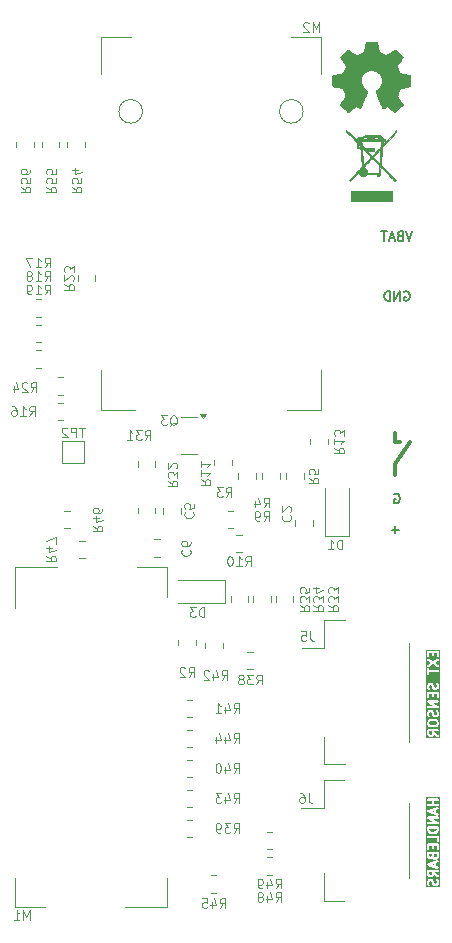
<source format=gbr>
%TF.GenerationSoftware,KiCad,Pcbnew,9.99.0-86-g03af293683*%
%TF.CreationDate,2025-02-25T09:18:42+01:00*%
%TF.ProjectId,RemBrake,52656d42-7261-46b6-952e-6b696361645f,2.0*%
%TF.SameCoordinates,PX7270e00PY8583b00*%
%TF.FileFunction,Legend,Bot*%
%TF.FilePolarity,Positive*%
%FSLAX46Y46*%
G04 Gerber Fmt 4.6, Leading zero omitted, Abs format (unit mm)*
G04 Created by KiCad (PCBNEW 9.99.0-86-g03af293683) date 2025-02-25 09:18:42*
%MOMM*%
%LPD*%
G01*
G04 APERTURE LIST*
%ADD10C,0.300000*%
%ADD11C,0.200000*%
%ADD12C,0.100000*%
%ADD13C,0.120000*%
%ADD14C,0.010000*%
G04 APERTURE END LIST*
D10*
X35433000Y43307000D02*
X35433000Y42545000D01*
X35433000Y39751000D02*
X35433000Y40640000D01*
X35433000Y40640000D02*
X36703000Y42545000D01*
X35433000Y42545000D02*
X35814000Y42545000D01*
D11*
X35350476Y38081210D02*
X35426666Y38119305D01*
X35426666Y38119305D02*
X35540952Y38119305D01*
X35540952Y38119305D02*
X35655238Y38081210D01*
X35655238Y38081210D02*
X35731428Y38005020D01*
X35731428Y38005020D02*
X35769523Y37928829D01*
X35769523Y37928829D02*
X35807619Y37776448D01*
X35807619Y37776448D02*
X35807619Y37662162D01*
X35807619Y37662162D02*
X35769523Y37509781D01*
X35769523Y37509781D02*
X35731428Y37433591D01*
X35731428Y37433591D02*
X35655238Y37357400D01*
X35655238Y37357400D02*
X35540952Y37319305D01*
X35540952Y37319305D02*
X35464761Y37319305D01*
X35464761Y37319305D02*
X35350476Y37357400D01*
X35350476Y37357400D02*
X35312380Y37395496D01*
X35312380Y37395496D02*
X35312380Y37662162D01*
X35312380Y37662162D02*
X35464761Y37662162D01*
G36*
X38526742Y17823082D02*
G01*
X38506461Y17782521D01*
X38491314Y17767375D01*
X38450755Y17747094D01*
X38383684Y17747094D01*
X38343121Y17767375D01*
X38327975Y17782522D01*
X38307695Y17823082D01*
X38307695Y18004237D01*
X38526742Y18004237D01*
X38526742Y17823082D01*
G37*
G36*
X38842284Y18852036D02*
G01*
X38887413Y18806907D01*
X38907695Y18766345D01*
X38907695Y18661177D01*
X38887414Y18620616D01*
X38842283Y18575485D01*
X38728719Y18547094D01*
X38486671Y18547094D01*
X38373105Y18575486D01*
X38327976Y18620615D01*
X38307695Y18661177D01*
X38307695Y18766345D01*
X38327975Y18806906D01*
X38373106Y18852037D01*
X38486671Y18880428D01*
X38728718Y18880428D01*
X38842284Y18852036D01*
G37*
G36*
X39207695Y17447094D02*
G01*
X38007695Y17447094D01*
X38007695Y18104237D01*
X38107695Y18104237D01*
X38107695Y17799475D01*
X38109616Y17779966D01*
X38110991Y17776646D01*
X38111246Y17773062D01*
X38118252Y17754754D01*
X38156347Y17678564D01*
X38161633Y17670166D01*
X38162643Y17667728D01*
X38164894Y17664985D01*
X38166790Y17661973D01*
X38168787Y17660241D01*
X38175079Y17652574D01*
X38213174Y17614480D01*
X38220840Y17608188D01*
X38222573Y17606190D01*
X38225581Y17604297D01*
X38228327Y17602043D01*
X38230767Y17601033D01*
X38239163Y17595748D01*
X38315354Y17557652D01*
X38333662Y17550645D01*
X38337247Y17550391D01*
X38340567Y17549015D01*
X38360076Y17547094D01*
X38474361Y17547094D01*
X38493870Y17549015D01*
X38497190Y17550391D01*
X38500774Y17550645D01*
X38519083Y17557652D01*
X38595274Y17595747D01*
X38603672Y17601034D01*
X38606109Y17602043D01*
X38608852Y17604295D01*
X38611864Y17606190D01*
X38613596Y17608188D01*
X38621263Y17614479D01*
X38659357Y17652574D01*
X38665649Y17660241D01*
X38667647Y17661973D01*
X38669540Y17664982D01*
X38671794Y17667727D01*
X38672804Y17670168D01*
X38678090Y17678564D01*
X38706678Y17735741D01*
X38950349Y17565171D01*
X38967433Y17555557D01*
X39005527Y17547118D01*
X39043952Y17553898D01*
X39076857Y17574867D01*
X39099232Y17606832D01*
X39107671Y17644927D01*
X39100890Y17683351D01*
X39079922Y17716256D01*
X39065041Y17729017D01*
X38726742Y17965827D01*
X38726742Y18004237D01*
X39007695Y18004237D01*
X39027204Y18006158D01*
X39063252Y18021090D01*
X39090842Y18048680D01*
X39105774Y18084728D01*
X39105774Y18123746D01*
X39090842Y18159794D01*
X39063252Y18187384D01*
X39027204Y18202316D01*
X39007695Y18204237D01*
X38207695Y18204237D01*
X38188186Y18202316D01*
X38152138Y18187384D01*
X38124548Y18159794D01*
X38109616Y18123746D01*
X38107695Y18104237D01*
X38007695Y18104237D01*
X38007695Y18789951D01*
X38107695Y18789951D01*
X38107695Y18637570D01*
X38109616Y18618061D01*
X38110991Y18614741D01*
X38111246Y18611157D01*
X38118252Y18592849D01*
X38156347Y18516659D01*
X38161630Y18508265D01*
X38162642Y18505823D01*
X38164896Y18503076D01*
X38166790Y18500068D01*
X38168786Y18498337D01*
X38175079Y18490670D01*
X38251269Y18414479D01*
X38266422Y18402042D01*
X38273292Y18399197D01*
X38279266Y18394770D01*
X38297727Y18388175D01*
X38450108Y18350080D01*
X38453487Y18349581D01*
X38454852Y18349015D01*
X38462203Y18348292D01*
X38469500Y18347212D01*
X38470958Y18347430D01*
X38474361Y18347094D01*
X38741028Y18347094D01*
X38744430Y18347430D01*
X38745889Y18347212D01*
X38753185Y18348292D01*
X38760537Y18349015D01*
X38761901Y18349581D01*
X38765281Y18350080D01*
X38917663Y18388175D01*
X38936123Y18394770D01*
X38942098Y18399198D01*
X38948966Y18402042D01*
X38964120Y18414478D01*
X39040310Y18490669D01*
X39046602Y18498336D01*
X39048600Y18500068D01*
X39050493Y18503077D01*
X39052747Y18505822D01*
X39053757Y18508263D01*
X39059043Y18516659D01*
X39097138Y18592849D01*
X39104144Y18611157D01*
X39104398Y18614741D01*
X39105774Y18618061D01*
X39107695Y18637570D01*
X39107695Y18789951D01*
X39105774Y18809460D01*
X39104398Y18812781D01*
X39104144Y18816363D01*
X39097138Y18834672D01*
X39059043Y18910863D01*
X39053758Y18919259D01*
X39052747Y18921700D01*
X39050491Y18924448D01*
X39048600Y18927453D01*
X39046604Y18929184D01*
X39040310Y18936853D01*
X38964119Y19013043D01*
X38948966Y19025480D01*
X38942097Y19028325D01*
X38936124Y19032751D01*
X38917663Y19039346D01*
X38765282Y19077442D01*
X38761900Y19077943D01*
X38760537Y19078507D01*
X38753188Y19079231D01*
X38745890Y19080310D01*
X38744431Y19080093D01*
X38741028Y19080428D01*
X38474361Y19080428D01*
X38470957Y19080093D01*
X38469499Y19080310D01*
X38462200Y19079231D01*
X38454852Y19078507D01*
X38453488Y19077943D01*
X38450107Y19077442D01*
X38297726Y19039346D01*
X38279265Y19032751D01*
X38273289Y19028324D01*
X38266423Y19025479D01*
X38251269Y19013043D01*
X38175079Y18936853D01*
X38168784Y18929184D01*
X38166790Y18927453D01*
X38164896Y18924446D01*
X38162643Y18921699D01*
X38161632Y18919260D01*
X38156347Y18910863D01*
X38118252Y18834672D01*
X38111246Y18816363D01*
X38110991Y18812781D01*
X38109616Y18809460D01*
X38107695Y18789951D01*
X38007695Y18789951D01*
X38007695Y19589952D01*
X38107695Y19589952D01*
X38107695Y19399475D01*
X38108667Y19389602D01*
X38108480Y19386968D01*
X38109267Y19383505D01*
X38109616Y19379966D01*
X38110627Y19377524D01*
X38112827Y19367852D01*
X38150922Y19253567D01*
X38158913Y19235667D01*
X38184479Y19206191D01*
X38219377Y19188741D01*
X38258297Y19185975D01*
X38295313Y19198313D01*
X38324789Y19223878D01*
X38342239Y19258777D01*
X38345005Y19297697D01*
X38340658Y19316813D01*
X38307695Y19415702D01*
X38307695Y19566345D01*
X38327975Y19606906D01*
X38343121Y19622053D01*
X38383684Y19642333D01*
X38412660Y19642333D01*
X38453219Y19622053D01*
X38468366Y19606907D01*
X38494295Y19555048D01*
X38529728Y19413317D01*
X38530241Y19411879D01*
X38530293Y19411158D01*
X38533395Y19403051D01*
X38536323Y19394857D01*
X38536754Y19394275D01*
X38537300Y19392849D01*
X38575395Y19316658D01*
X38580681Y19308260D01*
X38581691Y19305823D01*
X38583942Y19303080D01*
X38585838Y19300068D01*
X38587835Y19298336D01*
X38594127Y19290669D01*
X38632222Y19252575D01*
X38639888Y19246283D01*
X38641621Y19244285D01*
X38644629Y19242392D01*
X38647375Y19240138D01*
X38649815Y19239128D01*
X38658212Y19233842D01*
X38734402Y19195747D01*
X38752710Y19188741D01*
X38756293Y19188487D01*
X38759614Y19187111D01*
X38779123Y19185190D01*
X38855314Y19185190D01*
X38874823Y19187111D01*
X38878143Y19188487D01*
X38881727Y19188741D01*
X38900035Y19195747D01*
X38976225Y19233842D01*
X38984621Y19239127D01*
X38987060Y19240137D01*
X38989805Y19242391D01*
X38992816Y19244285D01*
X38994547Y19246282D01*
X39002214Y19252573D01*
X39040310Y19290668D01*
X39046606Y19298340D01*
X39048600Y19300069D01*
X39050491Y19303075D01*
X39052746Y19305821D01*
X39053756Y19308262D01*
X39059043Y19316659D01*
X39097138Y19392850D01*
X39104144Y19411159D01*
X39104398Y19414742D01*
X39105774Y19418062D01*
X39107695Y19437571D01*
X39107695Y19628047D01*
X39106722Y19637921D01*
X39106910Y19640554D01*
X39106122Y19644017D01*
X39105774Y19647556D01*
X39104762Y19649999D01*
X39102563Y19659669D01*
X39064468Y19773956D01*
X39056477Y19791856D01*
X39030912Y19821332D01*
X38996013Y19838782D01*
X38957093Y19841548D01*
X38920077Y19829210D01*
X38890601Y19803645D01*
X38873151Y19768746D01*
X38870385Y19729826D01*
X38874732Y19710710D01*
X38907695Y19611821D01*
X38907695Y19461178D01*
X38887414Y19420617D01*
X38872268Y19405471D01*
X38831707Y19385190D01*
X38802730Y19385190D01*
X38762168Y19405471D01*
X38747022Y19420618D01*
X38721093Y19472475D01*
X38685661Y19614205D01*
X38685147Y19615643D01*
X38685096Y19616365D01*
X38681987Y19624490D01*
X38679066Y19632666D01*
X38678635Y19633247D01*
X38678090Y19634673D01*
X38639995Y19710863D01*
X38634709Y19719260D01*
X38633699Y19721700D01*
X38631445Y19724446D01*
X38629552Y19727454D01*
X38627554Y19729187D01*
X38621262Y19736853D01*
X38583168Y19774948D01*
X38575501Y19781240D01*
X38573769Y19783237D01*
X38570757Y19785133D01*
X38568014Y19787384D01*
X38565577Y19788394D01*
X38557179Y19793680D01*
X38480988Y19831775D01*
X38462679Y19838782D01*
X38459095Y19839037D01*
X38455775Y19840412D01*
X38436266Y19842333D01*
X38360076Y19842333D01*
X38340567Y19840412D01*
X38337247Y19839037D01*
X38333662Y19838782D01*
X38315354Y19831775D01*
X38239163Y19793679D01*
X38230767Y19788395D01*
X38228327Y19787384D01*
X38225581Y19785131D01*
X38222573Y19783237D01*
X38220840Y19781240D01*
X38213174Y19774947D01*
X38175079Y19736853D01*
X38168787Y19729187D01*
X38166790Y19727454D01*
X38164894Y19724443D01*
X38162643Y19721699D01*
X38161633Y19719262D01*
X38156347Y19710863D01*
X38118252Y19634673D01*
X38111246Y19616365D01*
X38110991Y19612782D01*
X38109616Y19609461D01*
X38107695Y19589952D01*
X38007695Y19589952D01*
X38007695Y20535347D01*
X38107939Y20535347D01*
X38109616Y20529199D01*
X38109616Y20522823D01*
X38114707Y20510533D01*
X38118206Y20497704D01*
X38122108Y20492666D01*
X38124548Y20486775D01*
X38133953Y20477370D01*
X38142096Y20466855D01*
X38150271Y20461052D01*
X38152138Y20459185D01*
X38153970Y20458427D01*
X38158081Y20455508D01*
X38631139Y20185189D01*
X38207695Y20185189D01*
X38188186Y20183268D01*
X38152138Y20168336D01*
X38124548Y20140746D01*
X38109616Y20104698D01*
X38109616Y20065680D01*
X38124548Y20029632D01*
X38152138Y20002042D01*
X38188186Y19987110D01*
X38207695Y19985189D01*
X39007695Y19985189D01*
X39012712Y19985684D01*
X39014680Y19985433D01*
X39017226Y19986128D01*
X39027204Y19987110D01*
X39039494Y19992202D01*
X39052323Y19995700D01*
X39057361Y19999603D01*
X39063252Y20002042D01*
X39072657Y20011448D01*
X39083172Y20019590D01*
X39086334Y20025125D01*
X39090842Y20029632D01*
X39095930Y20041918D01*
X39102531Y20053467D01*
X39103334Y20059792D01*
X39105774Y20065680D01*
X39105774Y20078980D01*
X39107451Y20092173D01*
X39105774Y20098322D01*
X39105774Y20104698D01*
X39100682Y20116990D01*
X39097184Y20129817D01*
X39093281Y20134856D01*
X39090842Y20140746D01*
X39081436Y20150152D01*
X39073294Y20160666D01*
X39065118Y20166470D01*
X39063252Y20168336D01*
X39061419Y20169095D01*
X39057309Y20172013D01*
X38584251Y20442332D01*
X39007695Y20442332D01*
X39027204Y20444253D01*
X39063252Y20459185D01*
X39090842Y20486775D01*
X39105774Y20522823D01*
X39105774Y20561841D01*
X39090842Y20597889D01*
X39063252Y20625479D01*
X39027204Y20640411D01*
X39007695Y20642332D01*
X38207695Y20642332D01*
X38202677Y20641838D01*
X38200710Y20642088D01*
X38198163Y20641394D01*
X38188186Y20640411D01*
X38175895Y20635320D01*
X38163067Y20631821D01*
X38158028Y20627919D01*
X38152138Y20625479D01*
X38142732Y20616074D01*
X38132218Y20607931D01*
X38129055Y20602397D01*
X38124548Y20597889D01*
X38119459Y20585604D01*
X38112859Y20574054D01*
X38112055Y20567730D01*
X38109616Y20561841D01*
X38109616Y20548541D01*
X38107939Y20535347D01*
X38007695Y20535347D01*
X38007695Y21266142D01*
X38107695Y21266142D01*
X38107695Y20885190D01*
X38109616Y20865681D01*
X38124548Y20829633D01*
X38152138Y20802043D01*
X38188186Y20787111D01*
X38227204Y20787111D01*
X38263252Y20802043D01*
X38290842Y20829633D01*
X38305774Y20865681D01*
X38307695Y20885190D01*
X38307695Y21166142D01*
X38488647Y21166142D01*
X38488647Y20999476D01*
X38490568Y20979967D01*
X38505500Y20943919D01*
X38533090Y20916329D01*
X38569138Y20901397D01*
X38608156Y20901397D01*
X38644204Y20916329D01*
X38671794Y20943919D01*
X38686726Y20979967D01*
X38688647Y20999476D01*
X38688647Y21166142D01*
X38907695Y21166142D01*
X38907695Y20885190D01*
X38909616Y20865681D01*
X38924548Y20829633D01*
X38952138Y20802043D01*
X38988186Y20787111D01*
X39027204Y20787111D01*
X39063252Y20802043D01*
X39090842Y20829633D01*
X39105774Y20865681D01*
X39107695Y20885190D01*
X39107695Y21266142D01*
X39105774Y21285651D01*
X39090842Y21321699D01*
X39063252Y21349289D01*
X39027204Y21364221D01*
X39007695Y21366142D01*
X38207695Y21366142D01*
X38188186Y21364221D01*
X38152138Y21349289D01*
X38124548Y21321699D01*
X38109616Y21285651D01*
X38107695Y21266142D01*
X38007695Y21266142D01*
X38007695Y21913762D01*
X38107695Y21913762D01*
X38107695Y21723285D01*
X38108667Y21713412D01*
X38108480Y21710778D01*
X38109267Y21707315D01*
X38109616Y21703776D01*
X38110627Y21701334D01*
X38112827Y21691662D01*
X38150922Y21577377D01*
X38158913Y21559477D01*
X38184479Y21530001D01*
X38219377Y21512551D01*
X38258297Y21509785D01*
X38295313Y21522123D01*
X38324789Y21547688D01*
X38342239Y21582587D01*
X38345005Y21621507D01*
X38340658Y21640623D01*
X38307695Y21739512D01*
X38307695Y21890155D01*
X38327975Y21930716D01*
X38343121Y21945863D01*
X38383684Y21966143D01*
X38412660Y21966143D01*
X38453219Y21945863D01*
X38468366Y21930717D01*
X38494295Y21878858D01*
X38529728Y21737127D01*
X38530241Y21735689D01*
X38530293Y21734968D01*
X38533395Y21726861D01*
X38536323Y21718667D01*
X38536754Y21718085D01*
X38537300Y21716659D01*
X38575395Y21640468D01*
X38580681Y21632070D01*
X38581691Y21629633D01*
X38583942Y21626890D01*
X38585838Y21623878D01*
X38587835Y21622146D01*
X38594127Y21614479D01*
X38632222Y21576385D01*
X38639888Y21570093D01*
X38641621Y21568095D01*
X38644629Y21566202D01*
X38647375Y21563948D01*
X38649815Y21562938D01*
X38658212Y21557652D01*
X38734402Y21519557D01*
X38752710Y21512551D01*
X38756293Y21512297D01*
X38759614Y21510921D01*
X38779123Y21509000D01*
X38855314Y21509000D01*
X38874823Y21510921D01*
X38878143Y21512297D01*
X38881727Y21512551D01*
X38900035Y21519557D01*
X38976225Y21557652D01*
X38984621Y21562937D01*
X38987060Y21563947D01*
X38989805Y21566201D01*
X38992816Y21568095D01*
X38994547Y21570092D01*
X39002214Y21576383D01*
X39040310Y21614478D01*
X39046606Y21622150D01*
X39048600Y21623879D01*
X39050491Y21626885D01*
X39052746Y21629631D01*
X39053756Y21632072D01*
X39059043Y21640469D01*
X39097138Y21716660D01*
X39104144Y21734969D01*
X39104398Y21738552D01*
X39105774Y21741872D01*
X39107695Y21761381D01*
X39107695Y21951857D01*
X39106722Y21961731D01*
X39106910Y21964364D01*
X39106122Y21967827D01*
X39105774Y21971366D01*
X39104762Y21973809D01*
X39102563Y21983479D01*
X39064468Y22097766D01*
X39056477Y22115666D01*
X39030912Y22145142D01*
X38996013Y22162592D01*
X38957093Y22165358D01*
X38920077Y22153020D01*
X38890601Y22127455D01*
X38873151Y22092556D01*
X38870385Y22053636D01*
X38874732Y22034520D01*
X38907695Y21935631D01*
X38907695Y21784988D01*
X38887414Y21744427D01*
X38872268Y21729281D01*
X38831707Y21709000D01*
X38802730Y21709000D01*
X38762168Y21729281D01*
X38747022Y21744428D01*
X38721093Y21796285D01*
X38685661Y21938015D01*
X38685147Y21939453D01*
X38685096Y21940175D01*
X38681987Y21948300D01*
X38679066Y21956476D01*
X38678635Y21957057D01*
X38678090Y21958483D01*
X38639995Y22034673D01*
X38634709Y22043070D01*
X38633699Y22045510D01*
X38631445Y22048256D01*
X38629552Y22051264D01*
X38627554Y22052997D01*
X38621262Y22060663D01*
X38583168Y22098758D01*
X38575501Y22105050D01*
X38573769Y22107047D01*
X38570757Y22108943D01*
X38568014Y22111194D01*
X38565577Y22112204D01*
X38557179Y22117490D01*
X38480988Y22155585D01*
X38462679Y22162592D01*
X38459095Y22162847D01*
X38455775Y22164222D01*
X38436266Y22166143D01*
X38360076Y22166143D01*
X38340567Y22164222D01*
X38337247Y22162847D01*
X38333662Y22162592D01*
X38315354Y22155585D01*
X38239163Y22117489D01*
X38230767Y22112205D01*
X38228327Y22111194D01*
X38225581Y22108941D01*
X38222573Y22107047D01*
X38220840Y22105050D01*
X38213174Y22098757D01*
X38175079Y22060663D01*
X38168787Y22052997D01*
X38166790Y22051264D01*
X38164894Y22048253D01*
X38162643Y22045509D01*
X38161633Y22043072D01*
X38156347Y22034673D01*
X38118252Y21958483D01*
X38111246Y21940175D01*
X38110991Y21936592D01*
X38109616Y21933271D01*
X38107695Y21913762D01*
X38007695Y21913762D01*
X38007695Y24085086D01*
X38107695Y24085086D01*
X38115347Y24046826D01*
X38137058Y24014406D01*
X38152225Y24001986D01*
X38427417Y23818524D01*
X38152225Y23635062D01*
X38137058Y23622642D01*
X38115347Y23590222D01*
X38107695Y23551962D01*
X38115267Y23513685D01*
X38136910Y23481220D01*
X38169330Y23459509D01*
X38182126Y23456950D01*
X38152138Y23444528D01*
X38124548Y23416938D01*
X38109616Y23380890D01*
X38107695Y23361381D01*
X38107695Y22904238D01*
X38109616Y22884729D01*
X38124548Y22848681D01*
X38152138Y22821091D01*
X38188186Y22806159D01*
X38227204Y22806159D01*
X38263252Y22821091D01*
X38290842Y22848681D01*
X38305774Y22884729D01*
X38307695Y22904238D01*
X38307695Y23032810D01*
X39007695Y23032810D01*
X39027204Y23034731D01*
X39063252Y23049663D01*
X39090842Y23077253D01*
X39105774Y23113301D01*
X39105774Y23152319D01*
X39090842Y23188367D01*
X39063252Y23215957D01*
X39027204Y23230889D01*
X39007695Y23232810D01*
X38307695Y23232810D01*
X38307695Y23361381D01*
X38305774Y23380890D01*
X38290842Y23416938D01*
X38263252Y23444528D01*
X38233286Y23456941D01*
X38245867Y23459429D01*
X38263165Y23468652D01*
X38607695Y23698339D01*
X38952225Y23468652D01*
X38969523Y23459429D01*
X39007800Y23451857D01*
X39046060Y23459509D01*
X39078480Y23481220D01*
X39100124Y23513685D01*
X39107695Y23551961D01*
X39100043Y23590222D01*
X39078332Y23622642D01*
X39063165Y23635062D01*
X38787972Y23818524D01*
X39063165Y24001986D01*
X39078332Y24014406D01*
X39100043Y24046826D01*
X39107695Y24085087D01*
X39100124Y24123363D01*
X39078480Y24155828D01*
X39046060Y24177539D01*
X39007800Y24185191D01*
X38969523Y24177619D01*
X38952225Y24168396D01*
X38607695Y23938710D01*
X38263165Y24168396D01*
X38245867Y24177619D01*
X38207590Y24185191D01*
X38169330Y24177539D01*
X38136910Y24155828D01*
X38115267Y24123363D01*
X38107695Y24085086D01*
X38007695Y24085086D01*
X38007695Y24732810D01*
X38107695Y24732810D01*
X38107695Y24351858D01*
X38109616Y24332349D01*
X38124548Y24296301D01*
X38152138Y24268711D01*
X38188186Y24253779D01*
X38227204Y24253779D01*
X38263252Y24268711D01*
X38290842Y24296301D01*
X38305774Y24332349D01*
X38307695Y24351858D01*
X38307695Y24632810D01*
X38488647Y24632810D01*
X38488647Y24466144D01*
X38490568Y24446635D01*
X38505500Y24410587D01*
X38533090Y24382997D01*
X38569138Y24368065D01*
X38608156Y24368065D01*
X38644204Y24382997D01*
X38671794Y24410587D01*
X38686726Y24446635D01*
X38688647Y24466144D01*
X38688647Y24632810D01*
X38907695Y24632810D01*
X38907695Y24351858D01*
X38909616Y24332349D01*
X38924548Y24296301D01*
X38952138Y24268711D01*
X38988186Y24253779D01*
X39027204Y24253779D01*
X39063252Y24268711D01*
X39090842Y24296301D01*
X39105774Y24332349D01*
X39107695Y24351858D01*
X39107695Y24732810D01*
X39105774Y24752319D01*
X39090842Y24788367D01*
X39063252Y24815957D01*
X39027204Y24830889D01*
X39007695Y24832810D01*
X38207695Y24832810D01*
X38188186Y24830889D01*
X38152138Y24815957D01*
X38124548Y24788367D01*
X38109616Y24752319D01*
X38107695Y24732810D01*
X38007695Y24732810D01*
X38007695Y24932810D01*
X39207695Y24932810D01*
X39207695Y17447094D01*
G37*
G36*
X38526742Y5935798D02*
G01*
X38506461Y5895237D01*
X38491314Y5880091D01*
X38450755Y5859810D01*
X38383684Y5859810D01*
X38343121Y5880091D01*
X38327975Y5895238D01*
X38307695Y5935798D01*
X38307695Y6116953D01*
X38526742Y6116953D01*
X38526742Y5935798D01*
G37*
G36*
X38679123Y6698553D02*
G01*
X38523922Y6750287D01*
X38679123Y6802020D01*
X38679123Y6698553D01*
G37*
G36*
X38907695Y7421512D02*
G01*
X38887414Y7380952D01*
X38872267Y7365806D01*
X38831707Y7345524D01*
X38764635Y7345524D01*
X38724075Y7365804D01*
X38714143Y7375736D01*
X38688647Y7452228D01*
X38688647Y7602667D01*
X38907695Y7602667D01*
X38907695Y7421512D01*
G37*
G36*
X38488647Y7459608D02*
G01*
X38468366Y7419046D01*
X38453220Y7403901D01*
X38412659Y7383620D01*
X38383683Y7383620D01*
X38343120Y7403901D01*
X38327975Y7419047D01*
X38307695Y7459608D01*
X38307695Y7602667D01*
X38488647Y7602667D01*
X38488647Y7459608D01*
G37*
G36*
X38907695Y9699847D02*
G01*
X38882197Y9623353D01*
X38834174Y9575331D01*
X38782314Y9549401D01*
X38652528Y9516953D01*
X38562862Y9516953D01*
X38433074Y9549401D01*
X38381216Y9575330D01*
X38333192Y9623354D01*
X38307695Y9699847D01*
X38307695Y9774096D01*
X38907695Y9774096D01*
X38907695Y9699847D01*
G37*
G36*
X38679123Y11193791D02*
G01*
X38523922Y11245525D01*
X38679123Y11297258D01*
X38679123Y11193791D01*
G37*
G36*
X39207695Y4797906D02*
G01*
X38007695Y4797906D01*
X38007695Y5302668D01*
X38107695Y5302668D01*
X38107695Y5112191D01*
X38108667Y5102318D01*
X38108480Y5099684D01*
X38109267Y5096221D01*
X38109616Y5092682D01*
X38110627Y5090240D01*
X38112827Y5080568D01*
X38150922Y4966283D01*
X38158913Y4948383D01*
X38184479Y4918907D01*
X38219377Y4901457D01*
X38258297Y4898691D01*
X38295313Y4911029D01*
X38324789Y4936594D01*
X38342239Y4971493D01*
X38345005Y5010413D01*
X38340658Y5029529D01*
X38307695Y5128418D01*
X38307695Y5279061D01*
X38327975Y5319622D01*
X38343121Y5334769D01*
X38383684Y5355049D01*
X38412660Y5355049D01*
X38453219Y5334769D01*
X38468366Y5319623D01*
X38494295Y5267764D01*
X38529728Y5126033D01*
X38530241Y5124595D01*
X38530293Y5123874D01*
X38533395Y5115767D01*
X38536323Y5107573D01*
X38536754Y5106991D01*
X38537300Y5105565D01*
X38575395Y5029374D01*
X38580681Y5020976D01*
X38581691Y5018539D01*
X38583942Y5015796D01*
X38585838Y5012784D01*
X38587835Y5011052D01*
X38594127Y5003385D01*
X38632222Y4965291D01*
X38639888Y4958999D01*
X38641621Y4957001D01*
X38644629Y4955108D01*
X38647375Y4952854D01*
X38649815Y4951844D01*
X38658212Y4946558D01*
X38734402Y4908463D01*
X38752710Y4901457D01*
X38756293Y4901203D01*
X38759614Y4899827D01*
X38779123Y4897906D01*
X38855314Y4897906D01*
X38874823Y4899827D01*
X38878143Y4901203D01*
X38881727Y4901457D01*
X38900035Y4908463D01*
X38976225Y4946558D01*
X38984621Y4951843D01*
X38987060Y4952853D01*
X38989805Y4955107D01*
X38992816Y4957001D01*
X38994547Y4958998D01*
X39002214Y4965289D01*
X39040310Y5003384D01*
X39046606Y5011056D01*
X39048600Y5012785D01*
X39050491Y5015791D01*
X39052746Y5018537D01*
X39053756Y5020978D01*
X39059043Y5029375D01*
X39097138Y5105566D01*
X39104144Y5123875D01*
X39104398Y5127458D01*
X39105774Y5130778D01*
X39107695Y5150287D01*
X39107695Y5340763D01*
X39106722Y5350637D01*
X39106910Y5353270D01*
X39106122Y5356733D01*
X39105774Y5360272D01*
X39104762Y5362715D01*
X39102563Y5372385D01*
X39064468Y5486672D01*
X39056477Y5504572D01*
X39030912Y5534048D01*
X38996013Y5551498D01*
X38957093Y5554264D01*
X38920077Y5541926D01*
X38890601Y5516361D01*
X38873151Y5481462D01*
X38870385Y5442542D01*
X38874732Y5423426D01*
X38907695Y5324537D01*
X38907695Y5173894D01*
X38887414Y5133333D01*
X38872268Y5118187D01*
X38831707Y5097906D01*
X38802730Y5097906D01*
X38762168Y5118187D01*
X38747022Y5133334D01*
X38721093Y5185191D01*
X38685661Y5326921D01*
X38685147Y5328359D01*
X38685096Y5329081D01*
X38681987Y5337206D01*
X38679066Y5345382D01*
X38678635Y5345963D01*
X38678090Y5347389D01*
X38639995Y5423579D01*
X38634709Y5431976D01*
X38633699Y5434416D01*
X38631445Y5437162D01*
X38629552Y5440170D01*
X38627554Y5441903D01*
X38621262Y5449569D01*
X38583168Y5487664D01*
X38575501Y5493956D01*
X38573769Y5495953D01*
X38570757Y5497849D01*
X38568014Y5500100D01*
X38565577Y5501110D01*
X38557179Y5506396D01*
X38480988Y5544491D01*
X38462679Y5551498D01*
X38459095Y5551753D01*
X38455775Y5553128D01*
X38436266Y5555049D01*
X38360076Y5555049D01*
X38340567Y5553128D01*
X38337247Y5551753D01*
X38333662Y5551498D01*
X38315354Y5544491D01*
X38239163Y5506395D01*
X38230767Y5501111D01*
X38228327Y5500100D01*
X38225581Y5497847D01*
X38222573Y5495953D01*
X38220840Y5493956D01*
X38213174Y5487663D01*
X38175079Y5449569D01*
X38168787Y5441903D01*
X38166790Y5440170D01*
X38164894Y5437159D01*
X38162643Y5434415D01*
X38161633Y5431978D01*
X38156347Y5423579D01*
X38118252Y5347389D01*
X38111246Y5329081D01*
X38110991Y5325498D01*
X38109616Y5322177D01*
X38107695Y5302668D01*
X38007695Y5302668D01*
X38007695Y6216953D01*
X38107695Y6216953D01*
X38107695Y5912191D01*
X38109616Y5892682D01*
X38110991Y5889362D01*
X38111246Y5885778D01*
X38118252Y5867470D01*
X38156347Y5791280D01*
X38161633Y5782882D01*
X38162643Y5780444D01*
X38164894Y5777701D01*
X38166790Y5774689D01*
X38168787Y5772957D01*
X38175079Y5765290D01*
X38213174Y5727196D01*
X38220840Y5720904D01*
X38222573Y5718906D01*
X38225581Y5717013D01*
X38228327Y5714759D01*
X38230767Y5713749D01*
X38239163Y5708464D01*
X38315354Y5670368D01*
X38333662Y5663361D01*
X38337247Y5663107D01*
X38340567Y5661731D01*
X38360076Y5659810D01*
X38474361Y5659810D01*
X38493870Y5661731D01*
X38497190Y5663107D01*
X38500774Y5663361D01*
X38519083Y5670368D01*
X38595274Y5708463D01*
X38603672Y5713750D01*
X38606109Y5714759D01*
X38608852Y5717011D01*
X38611864Y5718906D01*
X38613596Y5720904D01*
X38621263Y5727195D01*
X38659357Y5765290D01*
X38665649Y5772957D01*
X38667647Y5774689D01*
X38669540Y5777698D01*
X38671794Y5780443D01*
X38672804Y5782884D01*
X38678090Y5791280D01*
X38706678Y5848457D01*
X38950349Y5677887D01*
X38967433Y5668273D01*
X39005527Y5659834D01*
X39043952Y5666614D01*
X39076857Y5687583D01*
X39099232Y5719548D01*
X39107671Y5757643D01*
X39100890Y5796067D01*
X39079922Y5828972D01*
X39065041Y5841733D01*
X38726742Y6078543D01*
X38726742Y6116953D01*
X39007695Y6116953D01*
X39027204Y6118874D01*
X39063252Y6133806D01*
X39090842Y6161396D01*
X39105774Y6197444D01*
X39105774Y6236462D01*
X39090842Y6272510D01*
X39063252Y6300100D01*
X39027204Y6315032D01*
X39007695Y6316953D01*
X38207695Y6316953D01*
X38188186Y6315032D01*
X38152138Y6300100D01*
X38124548Y6272510D01*
X38109616Y6236462D01*
X38107695Y6216953D01*
X38007695Y6216953D01*
X38007695Y6762793D01*
X38108480Y6762793D01*
X38109368Y6750286D01*
X38108480Y6737779D01*
X38110739Y6731001D01*
X38111246Y6723873D01*
X38116852Y6712661D01*
X38120818Y6700763D01*
X38125501Y6695364D01*
X38128696Y6688974D01*
X38138170Y6680757D01*
X38146384Y6671287D01*
X38152771Y6668094D01*
X38158172Y6663409D01*
X38176072Y6655418D01*
X38976072Y6388752D01*
X38995188Y6384405D01*
X39034108Y6387171D01*
X39069007Y6404621D01*
X39094572Y6434097D01*
X39106910Y6471113D01*
X39104144Y6510033D01*
X39086695Y6544932D01*
X39057218Y6570497D01*
X39039318Y6578488D01*
X38879123Y6631887D01*
X38879123Y6868687D01*
X39039318Y6922085D01*
X39057218Y6930076D01*
X39086694Y6955641D01*
X39104144Y6990540D01*
X39106910Y7029460D01*
X39094571Y7066476D01*
X39069006Y7095952D01*
X39034107Y7113402D01*
X38995187Y7116168D01*
X38976072Y7111821D01*
X38176072Y6845154D01*
X38158172Y6837163D01*
X38152772Y6832480D01*
X38146383Y6829285D01*
X38138165Y6819811D01*
X38128696Y6811597D01*
X38125502Y6805210D01*
X38120818Y6799809D01*
X38116852Y6787911D01*
X38111246Y6776699D01*
X38110739Y6769572D01*
X38108480Y6762793D01*
X38007695Y6762793D01*
X38007695Y7702667D01*
X38107695Y7702667D01*
X38107695Y7436001D01*
X38109616Y7416492D01*
X38110991Y7413172D01*
X38111246Y7409589D01*
X38118252Y7391280D01*
X38156347Y7315089D01*
X38161632Y7306693D01*
X38162643Y7304253D01*
X38164896Y7301507D01*
X38166790Y7298499D01*
X38168784Y7296769D01*
X38175079Y7289099D01*
X38213174Y7251005D01*
X38220843Y7244711D01*
X38222574Y7242715D01*
X38225579Y7240824D01*
X38228327Y7238568D01*
X38230768Y7237557D01*
X38239164Y7232272D01*
X38315355Y7194177D01*
X38333664Y7187171D01*
X38337246Y7186917D01*
X38340567Y7185541D01*
X38360076Y7183620D01*
X38436266Y7183620D01*
X38455775Y7185541D01*
X38459095Y7186917D01*
X38462678Y7187171D01*
X38480987Y7194177D01*
X38557178Y7232272D01*
X38565574Y7237558D01*
X38568014Y7238568D01*
X38568263Y7238773D01*
X38594128Y7212909D01*
X38601795Y7206617D01*
X38603526Y7204621D01*
X38606532Y7202729D01*
X38609282Y7200472D01*
X38611724Y7199461D01*
X38620116Y7194178D01*
X38696305Y7156082D01*
X38714614Y7149075D01*
X38718199Y7148821D01*
X38721519Y7147445D01*
X38741028Y7145524D01*
X38855314Y7145524D01*
X38874823Y7147445D01*
X38878142Y7148821D01*
X38881728Y7149075D01*
X38900036Y7156082D01*
X38976226Y7194178D01*
X38984617Y7199461D01*
X38987060Y7200472D01*
X38989810Y7202729D01*
X38992816Y7204621D01*
X38994544Y7206615D01*
X39002214Y7212908D01*
X39040310Y7251003D01*
X39046603Y7258672D01*
X39048600Y7260403D01*
X39050493Y7263412D01*
X39052746Y7266156D01*
X39053756Y7268595D01*
X39059043Y7276994D01*
X39097138Y7353184D01*
X39104144Y7371492D01*
X39104398Y7375076D01*
X39105774Y7378396D01*
X39107695Y7397905D01*
X39107695Y7702667D01*
X39105774Y7722176D01*
X39090842Y7758224D01*
X39063252Y7785814D01*
X39027204Y7800746D01*
X39007695Y7802667D01*
X38207695Y7802667D01*
X38188186Y7800746D01*
X38152138Y7785814D01*
X38124548Y7758224D01*
X38109616Y7722176D01*
X38107695Y7702667D01*
X38007695Y7702667D01*
X38007695Y8426477D01*
X38107695Y8426477D01*
X38107695Y8045525D01*
X38109616Y8026016D01*
X38124548Y7989968D01*
X38152138Y7962378D01*
X38188186Y7947446D01*
X38227204Y7947446D01*
X38263252Y7962378D01*
X38290842Y7989968D01*
X38305774Y8026016D01*
X38307695Y8045525D01*
X38307695Y8326477D01*
X38488647Y8326477D01*
X38488647Y8159811D01*
X38490568Y8140302D01*
X38505500Y8104254D01*
X38533090Y8076664D01*
X38569138Y8061732D01*
X38608156Y8061732D01*
X38644204Y8076664D01*
X38671794Y8104254D01*
X38686726Y8140302D01*
X38688647Y8159811D01*
X38688647Y8326477D01*
X38907695Y8326477D01*
X38907695Y8045525D01*
X38909616Y8026016D01*
X38924548Y7989968D01*
X38952138Y7962378D01*
X38988186Y7947446D01*
X39027204Y7947446D01*
X39063252Y7962378D01*
X39090842Y7989968D01*
X39105774Y8026016D01*
X39107695Y8045525D01*
X39107695Y8426477D01*
X39105774Y8445986D01*
X39090842Y8482034D01*
X39063252Y8509624D01*
X39027204Y8524556D01*
X39007695Y8526477D01*
X38207695Y8526477D01*
X38188186Y8524556D01*
X38152138Y8509624D01*
X38124548Y8482034D01*
X38109616Y8445986D01*
X38107695Y8426477D01*
X38007695Y8426477D01*
X38007695Y9093605D01*
X38109616Y9093605D01*
X38109616Y9054587D01*
X38124548Y9018539D01*
X38152138Y8990949D01*
X38188186Y8976017D01*
X38207695Y8974096D01*
X38907695Y8974096D01*
X38907695Y8693144D01*
X38909616Y8673635D01*
X38924548Y8637587D01*
X38952138Y8609997D01*
X38988186Y8595065D01*
X39027204Y8595065D01*
X39063252Y8609997D01*
X39090842Y8637587D01*
X39105774Y8673635D01*
X39107695Y8693144D01*
X39107695Y9074096D01*
X39105774Y9093605D01*
X39090842Y9129653D01*
X39063252Y9157243D01*
X39027204Y9172175D01*
X39007695Y9174096D01*
X38207695Y9174096D01*
X38188186Y9172175D01*
X38152138Y9157243D01*
X38124548Y9129653D01*
X38109616Y9093605D01*
X38007695Y9093605D01*
X38007695Y9874096D01*
X38107695Y9874096D01*
X38107695Y9683620D01*
X38108667Y9673747D01*
X38108480Y9671113D01*
X38109267Y9667650D01*
X38109616Y9664111D01*
X38110627Y9661669D01*
X38112827Y9651997D01*
X38150922Y9537711D01*
X38158913Y9519811D01*
X38161268Y9517096D01*
X38162643Y9513777D01*
X38175079Y9498623D01*
X38251269Y9422433D01*
X38258938Y9416139D01*
X38260669Y9414144D01*
X38263676Y9412251D01*
X38266423Y9409997D01*
X38268862Y9408987D01*
X38277259Y9403701D01*
X38353450Y9365606D01*
X38354874Y9365061D01*
X38355456Y9364630D01*
X38363656Y9361701D01*
X38371759Y9358600D01*
X38372478Y9358549D01*
X38373917Y9358035D01*
X38526298Y9319939D01*
X38529679Y9319439D01*
X38531043Y9318874D01*
X38538391Y9318151D01*
X38545690Y9317071D01*
X38547148Y9317289D01*
X38550552Y9316953D01*
X38664838Y9316953D01*
X38668241Y9317289D01*
X38669700Y9317071D01*
X38676998Y9318151D01*
X38684347Y9318874D01*
X38685710Y9319439D01*
X38689092Y9319939D01*
X38841473Y9358035D01*
X38842911Y9358549D01*
X38843632Y9358600D01*
X38851742Y9361704D01*
X38859934Y9364630D01*
X38860515Y9365061D01*
X38861940Y9365606D01*
X38938130Y9403701D01*
X38946524Y9408985D01*
X38948966Y9409996D01*
X38951713Y9412251D01*
X38954721Y9414144D01*
X38956452Y9416141D01*
X38964119Y9422433D01*
X39040310Y9498623D01*
X39052747Y9513776D01*
X39054122Y9517096D01*
X39056477Y9519811D01*
X39064468Y9537711D01*
X39102563Y9651998D01*
X39104762Y9661669D01*
X39105774Y9664111D01*
X39106122Y9667651D01*
X39106910Y9671113D01*
X39106722Y9673747D01*
X39107695Y9683620D01*
X39107695Y9874096D01*
X39105774Y9893605D01*
X39090842Y9929653D01*
X39063252Y9957243D01*
X39027204Y9972175D01*
X39007695Y9974096D01*
X38207695Y9974096D01*
X38188186Y9972175D01*
X38152138Y9957243D01*
X38124548Y9929653D01*
X38109616Y9893605D01*
X38107695Y9874096D01*
X38007695Y9874096D01*
X38007695Y10705206D01*
X38107939Y10705206D01*
X38109616Y10699058D01*
X38109616Y10692682D01*
X38114707Y10680392D01*
X38118206Y10667563D01*
X38122108Y10662525D01*
X38124548Y10656634D01*
X38133953Y10647229D01*
X38142096Y10636714D01*
X38150271Y10630911D01*
X38152138Y10629044D01*
X38153970Y10628286D01*
X38158081Y10625367D01*
X38631139Y10355048D01*
X38207695Y10355048D01*
X38188186Y10353127D01*
X38152138Y10338195D01*
X38124548Y10310605D01*
X38109616Y10274557D01*
X38109616Y10235539D01*
X38124548Y10199491D01*
X38152138Y10171901D01*
X38188186Y10156969D01*
X38207695Y10155048D01*
X39007695Y10155048D01*
X39012712Y10155543D01*
X39014680Y10155292D01*
X39017226Y10155987D01*
X39027204Y10156969D01*
X39039494Y10162061D01*
X39052323Y10165559D01*
X39057361Y10169462D01*
X39063252Y10171901D01*
X39072657Y10181307D01*
X39083172Y10189449D01*
X39086334Y10194984D01*
X39090842Y10199491D01*
X39095930Y10211777D01*
X39102531Y10223326D01*
X39103334Y10229651D01*
X39105774Y10235539D01*
X39105774Y10248839D01*
X39107451Y10262032D01*
X39105774Y10268181D01*
X39105774Y10274557D01*
X39100682Y10286849D01*
X39097184Y10299676D01*
X39093281Y10304715D01*
X39090842Y10310605D01*
X39081436Y10320011D01*
X39073294Y10330525D01*
X39065118Y10336329D01*
X39063252Y10338195D01*
X39061419Y10338954D01*
X39057309Y10341872D01*
X38584251Y10612191D01*
X39007695Y10612191D01*
X39027204Y10614112D01*
X39063252Y10629044D01*
X39090842Y10656634D01*
X39105774Y10692682D01*
X39105774Y10731700D01*
X39090842Y10767748D01*
X39063252Y10795338D01*
X39027204Y10810270D01*
X39007695Y10812191D01*
X38207695Y10812191D01*
X38202677Y10811697D01*
X38200710Y10811947D01*
X38198163Y10811253D01*
X38188186Y10810270D01*
X38175895Y10805179D01*
X38163067Y10801680D01*
X38158028Y10797778D01*
X38152138Y10795338D01*
X38142732Y10785933D01*
X38132218Y10777790D01*
X38129055Y10772256D01*
X38124548Y10767748D01*
X38119459Y10755463D01*
X38112859Y10743913D01*
X38112055Y10737589D01*
X38109616Y10731700D01*
X38109616Y10718400D01*
X38107939Y10705206D01*
X38007695Y10705206D01*
X38007695Y11258031D01*
X38108480Y11258031D01*
X38109368Y11245524D01*
X38108480Y11233017D01*
X38110739Y11226239D01*
X38111246Y11219111D01*
X38116852Y11207899D01*
X38120818Y11196001D01*
X38125501Y11190602D01*
X38128696Y11184212D01*
X38138170Y11175995D01*
X38146384Y11166525D01*
X38152771Y11163332D01*
X38158172Y11158647D01*
X38176072Y11150656D01*
X38976072Y10883990D01*
X38995188Y10879643D01*
X39034108Y10882409D01*
X39069007Y10899859D01*
X39094572Y10929335D01*
X39106910Y10966351D01*
X39104144Y11005271D01*
X39086695Y11040170D01*
X39057218Y11065735D01*
X39039318Y11073726D01*
X38879123Y11127125D01*
X38879123Y11363925D01*
X39039318Y11417323D01*
X39057218Y11425314D01*
X39086694Y11450879D01*
X39104144Y11485778D01*
X39106910Y11524698D01*
X39094571Y11561714D01*
X39069006Y11591190D01*
X39034107Y11608640D01*
X38995187Y11611406D01*
X38976072Y11607059D01*
X38176072Y11340392D01*
X38158172Y11332401D01*
X38152772Y11327718D01*
X38146383Y11324523D01*
X38138165Y11315049D01*
X38128696Y11306835D01*
X38125502Y11300448D01*
X38120818Y11295047D01*
X38116852Y11283149D01*
X38111246Y11271937D01*
X38110739Y11264810D01*
X38108480Y11258031D01*
X38007695Y11258031D01*
X38007695Y12255509D01*
X38109616Y12255509D01*
X38109616Y12216491D01*
X38124548Y12180443D01*
X38152138Y12152853D01*
X38188186Y12137921D01*
X38207695Y12136000D01*
X38488647Y12136000D01*
X38488647Y11878857D01*
X38207695Y11878857D01*
X38188186Y11876936D01*
X38152138Y11862004D01*
X38124548Y11834414D01*
X38109616Y11798366D01*
X38109616Y11759348D01*
X38124548Y11723300D01*
X38152138Y11695710D01*
X38188186Y11680778D01*
X38207695Y11678857D01*
X39007695Y11678857D01*
X39027204Y11680778D01*
X39063252Y11695710D01*
X39090842Y11723300D01*
X39105774Y11759348D01*
X39105774Y11798366D01*
X39090842Y11834414D01*
X39063252Y11862004D01*
X39027204Y11876936D01*
X39007695Y11878857D01*
X38688647Y11878857D01*
X38688647Y12136000D01*
X39007695Y12136000D01*
X39027204Y12137921D01*
X39063252Y12152853D01*
X39090842Y12180443D01*
X39105774Y12216491D01*
X39105774Y12255509D01*
X39090842Y12291557D01*
X39063252Y12319147D01*
X39027204Y12334079D01*
X39007695Y12336000D01*
X38207695Y12336000D01*
X38188186Y12334079D01*
X38152138Y12319147D01*
X38124548Y12291557D01*
X38109616Y12255509D01*
X38007695Y12255509D01*
X38007695Y12436000D01*
X39207695Y12436000D01*
X39207695Y4797906D01*
G37*
X35737761Y35084067D02*
X35128238Y35084067D01*
X35432999Y34779305D02*
X35432999Y35388829D01*
X36874285Y60344305D02*
X36607618Y59544305D01*
X36607618Y59544305D02*
X36340952Y60344305D01*
X35807619Y59963353D02*
X35693333Y59925258D01*
X35693333Y59925258D02*
X35655238Y59887162D01*
X35655238Y59887162D02*
X35617142Y59810972D01*
X35617142Y59810972D02*
X35617142Y59696686D01*
X35617142Y59696686D02*
X35655238Y59620496D01*
X35655238Y59620496D02*
X35693333Y59582400D01*
X35693333Y59582400D02*
X35769523Y59544305D01*
X35769523Y59544305D02*
X36074285Y59544305D01*
X36074285Y59544305D02*
X36074285Y60344305D01*
X36074285Y60344305D02*
X35807619Y60344305D01*
X35807619Y60344305D02*
X35731428Y60306210D01*
X35731428Y60306210D02*
X35693333Y60268115D01*
X35693333Y60268115D02*
X35655238Y60191924D01*
X35655238Y60191924D02*
X35655238Y60115734D01*
X35655238Y60115734D02*
X35693333Y60039543D01*
X35693333Y60039543D02*
X35731428Y60001448D01*
X35731428Y60001448D02*
X35807619Y59963353D01*
X35807619Y59963353D02*
X36074285Y59963353D01*
X35312381Y59772877D02*
X34931428Y59772877D01*
X35388571Y59544305D02*
X35121904Y60344305D01*
X35121904Y60344305D02*
X34855238Y59544305D01*
X34702857Y60344305D02*
X34245714Y60344305D01*
X34474286Y59544305D02*
X34474286Y60344305D01*
X36169523Y55226210D02*
X36245713Y55264305D01*
X36245713Y55264305D02*
X36359999Y55264305D01*
X36359999Y55264305D02*
X36474285Y55226210D01*
X36474285Y55226210D02*
X36550475Y55150020D01*
X36550475Y55150020D02*
X36588570Y55073829D01*
X36588570Y55073829D02*
X36626666Y54921448D01*
X36626666Y54921448D02*
X36626666Y54807162D01*
X36626666Y54807162D02*
X36588570Y54654781D01*
X36588570Y54654781D02*
X36550475Y54578591D01*
X36550475Y54578591D02*
X36474285Y54502400D01*
X36474285Y54502400D02*
X36359999Y54464305D01*
X36359999Y54464305D02*
X36283808Y54464305D01*
X36283808Y54464305D02*
X36169523Y54502400D01*
X36169523Y54502400D02*
X36131427Y54540496D01*
X36131427Y54540496D02*
X36131427Y54807162D01*
X36131427Y54807162D02*
X36283808Y54807162D01*
X35788570Y54464305D02*
X35788570Y55264305D01*
X35788570Y55264305D02*
X35331427Y54464305D01*
X35331427Y54464305D02*
X35331427Y55264305D01*
X34950475Y54464305D02*
X34950475Y55264305D01*
X34950475Y55264305D02*
X34759999Y55264305D01*
X34759999Y55264305D02*
X34645713Y55226210D01*
X34645713Y55226210D02*
X34569523Y55150020D01*
X34569523Y55150020D02*
X34531428Y55073829D01*
X34531428Y55073829D02*
X34493332Y54921448D01*
X34493332Y54921448D02*
X34493332Y54807162D01*
X34493332Y54807162D02*
X34531428Y54654781D01*
X34531428Y54654781D02*
X34569523Y54578591D01*
X34569523Y54578591D02*
X34645713Y54502400D01*
X34645713Y54502400D02*
X34759999Y54464305D01*
X34759999Y54464305D02*
X34950475Y54464305D01*
D12*
X23644285Y21988105D02*
X23910952Y22369058D01*
X24101428Y21988105D02*
X24101428Y22788105D01*
X24101428Y22788105D02*
X23796666Y22788105D01*
X23796666Y22788105D02*
X23720476Y22750010D01*
X23720476Y22750010D02*
X23682381Y22711915D01*
X23682381Y22711915D02*
X23644285Y22635724D01*
X23644285Y22635724D02*
X23644285Y22521439D01*
X23644285Y22521439D02*
X23682381Y22445248D01*
X23682381Y22445248D02*
X23720476Y22407153D01*
X23720476Y22407153D02*
X23796666Y22369058D01*
X23796666Y22369058D02*
X24101428Y22369058D01*
X23377619Y22788105D02*
X22882381Y22788105D01*
X22882381Y22788105D02*
X23149047Y22483343D01*
X23149047Y22483343D02*
X23034762Y22483343D01*
X23034762Y22483343D02*
X22958571Y22445248D01*
X22958571Y22445248D02*
X22920476Y22407153D01*
X22920476Y22407153D02*
X22882381Y22330962D01*
X22882381Y22330962D02*
X22882381Y22140486D01*
X22882381Y22140486D02*
X22920476Y22064296D01*
X22920476Y22064296D02*
X22958571Y22026200D01*
X22958571Y22026200D02*
X23034762Y21988105D01*
X23034762Y21988105D02*
X23263333Y21988105D01*
X23263333Y21988105D02*
X23339524Y22026200D01*
X23339524Y22026200D02*
X23377619Y22064296D01*
X22425238Y22445248D02*
X22501428Y22483343D01*
X22501428Y22483343D02*
X22539523Y22521439D01*
X22539523Y22521439D02*
X22577619Y22597629D01*
X22577619Y22597629D02*
X22577619Y22635724D01*
X22577619Y22635724D02*
X22539523Y22711915D01*
X22539523Y22711915D02*
X22501428Y22750010D01*
X22501428Y22750010D02*
X22425238Y22788105D01*
X22425238Y22788105D02*
X22272857Y22788105D01*
X22272857Y22788105D02*
X22196666Y22750010D01*
X22196666Y22750010D02*
X22158571Y22711915D01*
X22158571Y22711915D02*
X22120476Y22635724D01*
X22120476Y22635724D02*
X22120476Y22597629D01*
X22120476Y22597629D02*
X22158571Y22521439D01*
X22158571Y22521439D02*
X22196666Y22483343D01*
X22196666Y22483343D02*
X22272857Y22445248D01*
X22272857Y22445248D02*
X22425238Y22445248D01*
X22425238Y22445248D02*
X22501428Y22407153D01*
X22501428Y22407153D02*
X22539523Y22369058D01*
X22539523Y22369058D02*
X22577619Y22292867D01*
X22577619Y22292867D02*
X22577619Y22140486D01*
X22577619Y22140486D02*
X22539523Y22064296D01*
X22539523Y22064296D02*
X22501428Y22026200D01*
X22501428Y22026200D02*
X22425238Y21988105D01*
X22425238Y21988105D02*
X22272857Y21988105D01*
X22272857Y21988105D02*
X22196666Y22026200D01*
X22196666Y22026200D02*
X22158571Y22064296D01*
X22158571Y22064296D02*
X22120476Y22140486D01*
X22120476Y22140486D02*
X22120476Y22292867D01*
X22120476Y22292867D02*
X22158571Y22369058D01*
X22158571Y22369058D02*
X22196666Y22407153D01*
X22196666Y22407153D02*
X22272857Y22445248D01*
X21088332Y37862105D02*
X21354999Y38243058D01*
X21545475Y37862105D02*
X21545475Y38662105D01*
X21545475Y38662105D02*
X21240713Y38662105D01*
X21240713Y38662105D02*
X21164523Y38624010D01*
X21164523Y38624010D02*
X21126428Y38585915D01*
X21126428Y38585915D02*
X21088332Y38509724D01*
X21088332Y38509724D02*
X21088332Y38395439D01*
X21088332Y38395439D02*
X21126428Y38319248D01*
X21126428Y38319248D02*
X21164523Y38281153D01*
X21164523Y38281153D02*
X21240713Y38243058D01*
X21240713Y38243058D02*
X21545475Y38243058D01*
X20821666Y38662105D02*
X20326428Y38662105D01*
X20326428Y38662105D02*
X20593094Y38357343D01*
X20593094Y38357343D02*
X20478809Y38357343D01*
X20478809Y38357343D02*
X20402618Y38319248D01*
X20402618Y38319248D02*
X20364523Y38281153D01*
X20364523Y38281153D02*
X20326428Y38204962D01*
X20326428Y38204962D02*
X20326428Y38014486D01*
X20326428Y38014486D02*
X20364523Y37938296D01*
X20364523Y37938296D02*
X20402618Y37900200D01*
X20402618Y37900200D02*
X20478809Y37862105D01*
X20478809Y37862105D02*
X20707380Y37862105D01*
X20707380Y37862105D02*
X20783571Y37900200D01*
X20783571Y37900200D02*
X20821666Y37938296D01*
X30242104Y42030715D02*
X30623057Y41764048D01*
X30242104Y41573572D02*
X31042104Y41573572D01*
X31042104Y41573572D02*
X31042104Y41878334D01*
X31042104Y41878334D02*
X31004009Y41954524D01*
X31004009Y41954524D02*
X30965914Y41992619D01*
X30965914Y41992619D02*
X30889723Y42030715D01*
X30889723Y42030715D02*
X30775438Y42030715D01*
X30775438Y42030715D02*
X30699247Y41992619D01*
X30699247Y41992619D02*
X30661152Y41954524D01*
X30661152Y41954524D02*
X30623057Y41878334D01*
X30623057Y41878334D02*
X30623057Y41573572D01*
X30242104Y42792619D02*
X30242104Y42335476D01*
X30242104Y42564048D02*
X31042104Y42564048D01*
X31042104Y42564048D02*
X30927819Y42487857D01*
X30927819Y42487857D02*
X30851628Y42411667D01*
X30851628Y42411667D02*
X30813533Y42335476D01*
X31042104Y43059286D02*
X31042104Y43554524D01*
X31042104Y43554524D02*
X30737342Y43287858D01*
X30737342Y43287858D02*
X30737342Y43402143D01*
X30737342Y43402143D02*
X30699247Y43478334D01*
X30699247Y43478334D02*
X30661152Y43516429D01*
X30661152Y43516429D02*
X30584961Y43554524D01*
X30584961Y43554524D02*
X30394485Y43554524D01*
X30394485Y43554524D02*
X30318295Y43516429D01*
X30318295Y43516429D02*
X30280200Y43478334D01*
X30280200Y43478334D02*
X30242104Y43402143D01*
X30242104Y43402143D02*
X30242104Y43173572D01*
X30242104Y43173572D02*
X30280200Y43097381D01*
X30280200Y43097381D02*
X30318295Y43059286D01*
X30943475Y33417105D02*
X30943475Y34217105D01*
X30943475Y34217105D02*
X30752999Y34217105D01*
X30752999Y34217105D02*
X30638713Y34179010D01*
X30638713Y34179010D02*
X30562523Y34102820D01*
X30562523Y34102820D02*
X30524428Y34026629D01*
X30524428Y34026629D02*
X30486332Y33874248D01*
X30486332Y33874248D02*
X30486332Y33759962D01*
X30486332Y33759962D02*
X30524428Y33607581D01*
X30524428Y33607581D02*
X30562523Y33531391D01*
X30562523Y33531391D02*
X30638713Y33455200D01*
X30638713Y33455200D02*
X30752999Y33417105D01*
X30752999Y33417105D02*
X30943475Y33417105D01*
X29724428Y33417105D02*
X30181571Y33417105D01*
X29952999Y33417105D02*
X29952999Y34217105D01*
X29952999Y34217105D02*
X30029190Y34102820D01*
X30029190Y34102820D02*
X30105380Y34026629D01*
X30105380Y34026629D02*
X30181571Y33988534D01*
X20707285Y22368105D02*
X20973952Y22749058D01*
X21164428Y22368105D02*
X21164428Y23168105D01*
X21164428Y23168105D02*
X20859666Y23168105D01*
X20859666Y23168105D02*
X20783476Y23130010D01*
X20783476Y23130010D02*
X20745381Y23091915D01*
X20745381Y23091915D02*
X20707285Y23015724D01*
X20707285Y23015724D02*
X20707285Y22901439D01*
X20707285Y22901439D02*
X20745381Y22825248D01*
X20745381Y22825248D02*
X20783476Y22787153D01*
X20783476Y22787153D02*
X20859666Y22749058D01*
X20859666Y22749058D02*
X21164428Y22749058D01*
X20021571Y22901439D02*
X20021571Y22368105D01*
X20212047Y23206200D02*
X20402524Y22634772D01*
X20402524Y22634772D02*
X19907285Y22634772D01*
X19640619Y23091915D02*
X19602523Y23130010D01*
X19602523Y23130010D02*
X19526333Y23168105D01*
X19526333Y23168105D02*
X19335857Y23168105D01*
X19335857Y23168105D02*
X19259666Y23130010D01*
X19259666Y23130010D02*
X19221571Y23091915D01*
X19221571Y23091915D02*
X19183476Y23015724D01*
X19183476Y23015724D02*
X19183476Y22939534D01*
X19183476Y22939534D02*
X19221571Y22825248D01*
X19221571Y22825248D02*
X19678714Y22368105D01*
X19678714Y22368105D02*
X19183476Y22368105D01*
X21723285Y14494105D02*
X21989952Y14875058D01*
X22180428Y14494105D02*
X22180428Y15294105D01*
X22180428Y15294105D02*
X21875666Y15294105D01*
X21875666Y15294105D02*
X21799476Y15256010D01*
X21799476Y15256010D02*
X21761381Y15217915D01*
X21761381Y15217915D02*
X21723285Y15141724D01*
X21723285Y15141724D02*
X21723285Y15027439D01*
X21723285Y15027439D02*
X21761381Y14951248D01*
X21761381Y14951248D02*
X21799476Y14913153D01*
X21799476Y14913153D02*
X21875666Y14875058D01*
X21875666Y14875058D02*
X22180428Y14875058D01*
X21037571Y15027439D02*
X21037571Y14494105D01*
X21228047Y15332200D02*
X21418524Y14760772D01*
X21418524Y14760772D02*
X20923285Y14760772D01*
X20466142Y15294105D02*
X20389952Y15294105D01*
X20389952Y15294105D02*
X20313761Y15256010D01*
X20313761Y15256010D02*
X20275666Y15217915D01*
X20275666Y15217915D02*
X20237571Y15141724D01*
X20237571Y15141724D02*
X20199476Y14989343D01*
X20199476Y14989343D02*
X20199476Y14798867D01*
X20199476Y14798867D02*
X20237571Y14646486D01*
X20237571Y14646486D02*
X20275666Y14570296D01*
X20275666Y14570296D02*
X20313761Y14532200D01*
X20313761Y14532200D02*
X20389952Y14494105D01*
X20389952Y14494105D02*
X20466142Y14494105D01*
X20466142Y14494105D02*
X20542333Y14532200D01*
X20542333Y14532200D02*
X20580428Y14570296D01*
X20580428Y14570296D02*
X20618523Y14646486D01*
X20618523Y14646486D02*
X20656619Y14798867D01*
X20656619Y14798867D02*
X20656619Y14989343D01*
X20656619Y14989343D02*
X20618523Y15141724D01*
X20618523Y15141724D02*
X20580428Y15217915D01*
X20580428Y15217915D02*
X20542333Y15256010D01*
X20542333Y15256010D02*
X20466142Y15294105D01*
X16332190Y43881915D02*
X16408380Y43920010D01*
X16408380Y43920010D02*
X16484571Y43996200D01*
X16484571Y43996200D02*
X16598857Y44110486D01*
X16598857Y44110486D02*
X16675047Y44148581D01*
X16675047Y44148581D02*
X16751238Y44148581D01*
X16713142Y43958105D02*
X16789333Y43996200D01*
X16789333Y43996200D02*
X16865523Y44072391D01*
X16865523Y44072391D02*
X16903619Y44224772D01*
X16903619Y44224772D02*
X16903619Y44491439D01*
X16903619Y44491439D02*
X16865523Y44643820D01*
X16865523Y44643820D02*
X16789333Y44720010D01*
X16789333Y44720010D02*
X16713142Y44758105D01*
X16713142Y44758105D02*
X16560761Y44758105D01*
X16560761Y44758105D02*
X16484571Y44720010D01*
X16484571Y44720010D02*
X16408380Y44643820D01*
X16408380Y44643820D02*
X16370285Y44491439D01*
X16370285Y44491439D02*
X16370285Y44224772D01*
X16370285Y44224772D02*
X16408380Y44072391D01*
X16408380Y44072391D02*
X16484571Y43996200D01*
X16484571Y43996200D02*
X16560761Y43958105D01*
X16560761Y43958105D02*
X16713142Y43958105D01*
X16103619Y44758105D02*
X15608381Y44758105D01*
X15608381Y44758105D02*
X15875047Y44453343D01*
X15875047Y44453343D02*
X15760762Y44453343D01*
X15760762Y44453343D02*
X15684571Y44415248D01*
X15684571Y44415248D02*
X15646476Y44377153D01*
X15646476Y44377153D02*
X15608381Y44300962D01*
X15608381Y44300962D02*
X15608381Y44110486D01*
X15608381Y44110486D02*
X15646476Y44034296D01*
X15646476Y44034296D02*
X15684571Y43996200D01*
X15684571Y43996200D02*
X15760762Y43958105D01*
X15760762Y43958105D02*
X15989333Y43958105D01*
X15989333Y43958105D02*
X16065524Y43996200D01*
X16065524Y43996200D02*
X16103619Y44034296D01*
X5858104Y64128715D02*
X6239057Y63862048D01*
X5858104Y63671572D02*
X6658104Y63671572D01*
X6658104Y63671572D02*
X6658104Y63976334D01*
X6658104Y63976334D02*
X6620009Y64052524D01*
X6620009Y64052524D02*
X6581914Y64090619D01*
X6581914Y64090619D02*
X6505723Y64128715D01*
X6505723Y64128715D02*
X6391438Y64128715D01*
X6391438Y64128715D02*
X6315247Y64090619D01*
X6315247Y64090619D02*
X6277152Y64052524D01*
X6277152Y64052524D02*
X6239057Y63976334D01*
X6239057Y63976334D02*
X6239057Y63671572D01*
X6658104Y64852524D02*
X6658104Y64471572D01*
X6658104Y64471572D02*
X6277152Y64433476D01*
X6277152Y64433476D02*
X6315247Y64471572D01*
X6315247Y64471572D02*
X6353342Y64547762D01*
X6353342Y64547762D02*
X6353342Y64738238D01*
X6353342Y64738238D02*
X6315247Y64814429D01*
X6315247Y64814429D02*
X6277152Y64852524D01*
X6277152Y64852524D02*
X6200961Y64890619D01*
X6200961Y64890619D02*
X6010485Y64890619D01*
X6010485Y64890619D02*
X5934295Y64852524D01*
X5934295Y64852524D02*
X5896200Y64814429D01*
X5896200Y64814429D02*
X5858104Y64738238D01*
X5858104Y64738238D02*
X5858104Y64547762D01*
X5858104Y64547762D02*
X5896200Y64471572D01*
X5896200Y64471572D02*
X5934295Y64433476D01*
X6658104Y65614429D02*
X6658104Y65233477D01*
X6658104Y65233477D02*
X6277152Y65195381D01*
X6277152Y65195381D02*
X6315247Y65233477D01*
X6315247Y65233477D02*
X6353342Y65309667D01*
X6353342Y65309667D02*
X6353342Y65500143D01*
X6353342Y65500143D02*
X6315247Y65576334D01*
X6315247Y65576334D02*
X6277152Y65614429D01*
X6277152Y65614429D02*
X6200961Y65652524D01*
X6200961Y65652524D02*
X6010485Y65652524D01*
X6010485Y65652524D02*
X5934295Y65614429D01*
X5934295Y65614429D02*
X5896200Y65576334D01*
X5896200Y65576334D02*
X5858104Y65500143D01*
X5858104Y65500143D02*
X5858104Y65309667D01*
X5858104Y65309667D02*
X5896200Y65233477D01*
X5896200Y65233477D02*
X5934295Y65195381D01*
X22713885Y32020105D02*
X22980552Y32401058D01*
X23171028Y32020105D02*
X23171028Y32820105D01*
X23171028Y32820105D02*
X22866266Y32820105D01*
X22866266Y32820105D02*
X22790076Y32782010D01*
X22790076Y32782010D02*
X22751981Y32743915D01*
X22751981Y32743915D02*
X22713885Y32667724D01*
X22713885Y32667724D02*
X22713885Y32553439D01*
X22713885Y32553439D02*
X22751981Y32477248D01*
X22751981Y32477248D02*
X22790076Y32439153D01*
X22790076Y32439153D02*
X22866266Y32401058D01*
X22866266Y32401058D02*
X23171028Y32401058D01*
X21951981Y32020105D02*
X22409124Y32020105D01*
X22180552Y32020105D02*
X22180552Y32820105D01*
X22180552Y32820105D02*
X22256743Y32705820D01*
X22256743Y32705820D02*
X22332933Y32629629D01*
X22332933Y32629629D02*
X22409124Y32591534D01*
X21456742Y32820105D02*
X21380552Y32820105D01*
X21380552Y32820105D02*
X21304361Y32782010D01*
X21304361Y32782010D02*
X21266266Y32743915D01*
X21266266Y32743915D02*
X21228171Y32667724D01*
X21228171Y32667724D02*
X21190076Y32515343D01*
X21190076Y32515343D02*
X21190076Y32324867D01*
X21190076Y32324867D02*
X21228171Y32172486D01*
X21228171Y32172486D02*
X21266266Y32096296D01*
X21266266Y32096296D02*
X21304361Y32058200D01*
X21304361Y32058200D02*
X21380552Y32020105D01*
X21380552Y32020105D02*
X21456742Y32020105D01*
X21456742Y32020105D02*
X21532933Y32058200D01*
X21532933Y32058200D02*
X21571028Y32096296D01*
X21571028Y32096296D02*
X21609123Y32172486D01*
X21609123Y32172486D02*
X21647219Y32324867D01*
X21647219Y32324867D02*
X21647219Y32515343D01*
X21647219Y32515343D02*
X21609123Y32667724D01*
X21609123Y32667724D02*
X21571028Y32743915D01*
X21571028Y32743915D02*
X21532933Y32782010D01*
X21532933Y32782010D02*
X21456742Y32820105D01*
X21723285Y9414105D02*
X21989952Y9795058D01*
X22180428Y9414105D02*
X22180428Y10214105D01*
X22180428Y10214105D02*
X21875666Y10214105D01*
X21875666Y10214105D02*
X21799476Y10176010D01*
X21799476Y10176010D02*
X21761381Y10137915D01*
X21761381Y10137915D02*
X21723285Y10061724D01*
X21723285Y10061724D02*
X21723285Y9947439D01*
X21723285Y9947439D02*
X21761381Y9871248D01*
X21761381Y9871248D02*
X21799476Y9833153D01*
X21799476Y9833153D02*
X21875666Y9795058D01*
X21875666Y9795058D02*
X22180428Y9795058D01*
X21456619Y10214105D02*
X20961381Y10214105D01*
X20961381Y10214105D02*
X21228047Y9909343D01*
X21228047Y9909343D02*
X21113762Y9909343D01*
X21113762Y9909343D02*
X21037571Y9871248D01*
X21037571Y9871248D02*
X20999476Y9833153D01*
X20999476Y9833153D02*
X20961381Y9756962D01*
X20961381Y9756962D02*
X20961381Y9566486D01*
X20961381Y9566486D02*
X20999476Y9490296D01*
X20999476Y9490296D02*
X21037571Y9452200D01*
X21037571Y9452200D02*
X21113762Y9414105D01*
X21113762Y9414105D02*
X21342333Y9414105D01*
X21342333Y9414105D02*
X21418524Y9452200D01*
X21418524Y9452200D02*
X21456619Y9490296D01*
X20580428Y9414105D02*
X20428047Y9414105D01*
X20428047Y9414105D02*
X20351857Y9452200D01*
X20351857Y9452200D02*
X20313761Y9490296D01*
X20313761Y9490296D02*
X20237571Y9604581D01*
X20237571Y9604581D02*
X20199476Y9756962D01*
X20199476Y9756962D02*
X20199476Y10061724D01*
X20199476Y10061724D02*
X20237571Y10137915D01*
X20237571Y10137915D02*
X20275666Y10176010D01*
X20275666Y10176010D02*
X20351857Y10214105D01*
X20351857Y10214105D02*
X20504238Y10214105D01*
X20504238Y10214105D02*
X20580428Y10176010D01*
X20580428Y10176010D02*
X20618523Y10137915D01*
X20618523Y10137915D02*
X20656619Y10061724D01*
X20656619Y10061724D02*
X20656619Y9871248D01*
X20656619Y9871248D02*
X20618523Y9795058D01*
X20618523Y9795058D02*
X20580428Y9756962D01*
X20580428Y9756962D02*
X20504238Y9718867D01*
X20504238Y9718867D02*
X20351857Y9718867D01*
X20351857Y9718867D02*
X20275666Y9756962D01*
X20275666Y9756962D02*
X20237571Y9795058D01*
X20237571Y9795058D02*
X20199476Y9871248D01*
X19259475Y27702105D02*
X19259475Y28502105D01*
X19259475Y28502105D02*
X19068999Y28502105D01*
X19068999Y28502105D02*
X18954713Y28464010D01*
X18954713Y28464010D02*
X18878523Y28387820D01*
X18878523Y28387820D02*
X18840428Y28311629D01*
X18840428Y28311629D02*
X18802332Y28159248D01*
X18802332Y28159248D02*
X18802332Y28044962D01*
X18802332Y28044962D02*
X18840428Y27892581D01*
X18840428Y27892581D02*
X18878523Y27816391D01*
X18878523Y27816391D02*
X18954713Y27740200D01*
X18954713Y27740200D02*
X19068999Y27702105D01*
X19068999Y27702105D02*
X19259475Y27702105D01*
X18535666Y28502105D02*
X18040428Y28502105D01*
X18040428Y28502105D02*
X18307094Y28197343D01*
X18307094Y28197343D02*
X18192809Y28197343D01*
X18192809Y28197343D02*
X18116618Y28159248D01*
X18116618Y28159248D02*
X18078523Y28121153D01*
X18078523Y28121153D02*
X18040428Y28044962D01*
X18040428Y28044962D02*
X18040428Y27854486D01*
X18040428Y27854486D02*
X18078523Y27778296D01*
X18078523Y27778296D02*
X18116618Y27740200D01*
X18116618Y27740200D02*
X18192809Y27702105D01*
X18192809Y27702105D02*
X18421380Y27702105D01*
X18421380Y27702105D02*
X18497571Y27740200D01*
X18497571Y27740200D02*
X18535666Y27778296D01*
X21723285Y17034105D02*
X21989952Y17415058D01*
X22180428Y17034105D02*
X22180428Y17834105D01*
X22180428Y17834105D02*
X21875666Y17834105D01*
X21875666Y17834105D02*
X21799476Y17796010D01*
X21799476Y17796010D02*
X21761381Y17757915D01*
X21761381Y17757915D02*
X21723285Y17681724D01*
X21723285Y17681724D02*
X21723285Y17567439D01*
X21723285Y17567439D02*
X21761381Y17491248D01*
X21761381Y17491248D02*
X21799476Y17453153D01*
X21799476Y17453153D02*
X21875666Y17415058D01*
X21875666Y17415058D02*
X22180428Y17415058D01*
X21037571Y17567439D02*
X21037571Y17034105D01*
X21228047Y17872200D02*
X21418524Y17300772D01*
X21418524Y17300772D02*
X20923285Y17300772D01*
X20275666Y17567439D02*
X20275666Y17034105D01*
X20466142Y17872200D02*
X20656619Y17300772D01*
X20656619Y17300772D02*
X20161380Y17300772D01*
X14230285Y42688105D02*
X14496952Y43069058D01*
X14687428Y42688105D02*
X14687428Y43488105D01*
X14687428Y43488105D02*
X14382666Y43488105D01*
X14382666Y43488105D02*
X14306476Y43450010D01*
X14306476Y43450010D02*
X14268381Y43411915D01*
X14268381Y43411915D02*
X14230285Y43335724D01*
X14230285Y43335724D02*
X14230285Y43221439D01*
X14230285Y43221439D02*
X14268381Y43145248D01*
X14268381Y43145248D02*
X14306476Y43107153D01*
X14306476Y43107153D02*
X14382666Y43069058D01*
X14382666Y43069058D02*
X14687428Y43069058D01*
X13963619Y43488105D02*
X13468381Y43488105D01*
X13468381Y43488105D02*
X13735047Y43183343D01*
X13735047Y43183343D02*
X13620762Y43183343D01*
X13620762Y43183343D02*
X13544571Y43145248D01*
X13544571Y43145248D02*
X13506476Y43107153D01*
X13506476Y43107153D02*
X13468381Y43030962D01*
X13468381Y43030962D02*
X13468381Y42840486D01*
X13468381Y42840486D02*
X13506476Y42764296D01*
X13506476Y42764296D02*
X13544571Y42726200D01*
X13544571Y42726200D02*
X13620762Y42688105D01*
X13620762Y42688105D02*
X13849333Y42688105D01*
X13849333Y42688105D02*
X13925524Y42726200D01*
X13925524Y42726200D02*
X13963619Y42764296D01*
X12706476Y42688105D02*
X13163619Y42688105D01*
X12935047Y42688105D02*
X12935047Y43488105D01*
X12935047Y43488105D02*
X13011238Y43373820D01*
X13011238Y43373820D02*
X13087428Y43297629D01*
X13087428Y43297629D02*
X13163619Y43259534D01*
X28079666Y12754105D02*
X28079666Y12182677D01*
X28079666Y12182677D02*
X28117761Y12068391D01*
X28117761Y12068391D02*
X28193952Y11992200D01*
X28193952Y11992200D02*
X28308237Y11954105D01*
X28308237Y11954105D02*
X28384428Y11954105D01*
X27355856Y12754105D02*
X27508237Y12754105D01*
X27508237Y12754105D02*
X27584428Y12716010D01*
X27584428Y12716010D02*
X27622523Y12677915D01*
X27622523Y12677915D02*
X27698713Y12563629D01*
X27698713Y12563629D02*
X27736809Y12411248D01*
X27736809Y12411248D02*
X27736809Y12106486D01*
X27736809Y12106486D02*
X27698713Y12030296D01*
X27698713Y12030296D02*
X27660618Y11992200D01*
X27660618Y11992200D02*
X27584428Y11954105D01*
X27584428Y11954105D02*
X27432047Y11954105D01*
X27432047Y11954105D02*
X27355856Y11992200D01*
X27355856Y11992200D02*
X27317761Y12030296D01*
X27317761Y12030296D02*
X27279666Y12106486D01*
X27279666Y12106486D02*
X27279666Y12296962D01*
X27279666Y12296962D02*
X27317761Y12373153D01*
X27317761Y12373153D02*
X27355856Y12411248D01*
X27355856Y12411248D02*
X27432047Y12449343D01*
X27432047Y12449343D02*
X27584428Y12449343D01*
X27584428Y12449343D02*
X27660618Y12411248D01*
X27660618Y12411248D02*
X27698713Y12373153D01*
X27698713Y12373153D02*
X27736809Y12296962D01*
X3699104Y64128715D02*
X4080057Y63862048D01*
X3699104Y63671572D02*
X4499104Y63671572D01*
X4499104Y63671572D02*
X4499104Y63976334D01*
X4499104Y63976334D02*
X4461009Y64052524D01*
X4461009Y64052524D02*
X4422914Y64090619D01*
X4422914Y64090619D02*
X4346723Y64128715D01*
X4346723Y64128715D02*
X4232438Y64128715D01*
X4232438Y64128715D02*
X4156247Y64090619D01*
X4156247Y64090619D02*
X4118152Y64052524D01*
X4118152Y64052524D02*
X4080057Y63976334D01*
X4080057Y63976334D02*
X4080057Y63671572D01*
X4499104Y64852524D02*
X4499104Y64471572D01*
X4499104Y64471572D02*
X4118152Y64433476D01*
X4118152Y64433476D02*
X4156247Y64471572D01*
X4156247Y64471572D02*
X4194342Y64547762D01*
X4194342Y64547762D02*
X4194342Y64738238D01*
X4194342Y64738238D02*
X4156247Y64814429D01*
X4156247Y64814429D02*
X4118152Y64852524D01*
X4118152Y64852524D02*
X4041961Y64890619D01*
X4041961Y64890619D02*
X3851485Y64890619D01*
X3851485Y64890619D02*
X3775295Y64852524D01*
X3775295Y64852524D02*
X3737200Y64814429D01*
X3737200Y64814429D02*
X3699104Y64738238D01*
X3699104Y64738238D02*
X3699104Y64547762D01*
X3699104Y64547762D02*
X3737200Y64471572D01*
X3737200Y64471572D02*
X3775295Y64433476D01*
X4499104Y65576334D02*
X4499104Y65423953D01*
X4499104Y65423953D02*
X4461009Y65347762D01*
X4461009Y65347762D02*
X4422914Y65309667D01*
X4422914Y65309667D02*
X4308628Y65233477D01*
X4308628Y65233477D02*
X4156247Y65195381D01*
X4156247Y65195381D02*
X3851485Y65195381D01*
X3851485Y65195381D02*
X3775295Y65233477D01*
X3775295Y65233477D02*
X3737200Y65271572D01*
X3737200Y65271572D02*
X3699104Y65347762D01*
X3699104Y65347762D02*
X3699104Y65500143D01*
X3699104Y65500143D02*
X3737200Y65576334D01*
X3737200Y65576334D02*
X3775295Y65614429D01*
X3775295Y65614429D02*
X3851485Y65652524D01*
X3851485Y65652524D02*
X4041961Y65652524D01*
X4041961Y65652524D02*
X4118152Y65614429D01*
X4118152Y65614429D02*
X4156247Y65576334D01*
X4156247Y65576334D02*
X4194342Y65500143D01*
X4194342Y65500143D02*
X4194342Y65347762D01*
X4194342Y65347762D02*
X4156247Y65271572D01*
X4156247Y65271572D02*
X4118152Y65233477D01*
X4118152Y65233477D02*
X4041961Y65195381D01*
X28083104Y39490668D02*
X28464057Y39224001D01*
X28083104Y39033525D02*
X28883104Y39033525D01*
X28883104Y39033525D02*
X28883104Y39338287D01*
X28883104Y39338287D02*
X28845009Y39414477D01*
X28845009Y39414477D02*
X28806914Y39452572D01*
X28806914Y39452572D02*
X28730723Y39490668D01*
X28730723Y39490668D02*
X28616438Y39490668D01*
X28616438Y39490668D02*
X28540247Y39452572D01*
X28540247Y39452572D02*
X28502152Y39414477D01*
X28502152Y39414477D02*
X28464057Y39338287D01*
X28464057Y39338287D02*
X28464057Y39033525D01*
X28883104Y40214477D02*
X28883104Y39833525D01*
X28883104Y39833525D02*
X28502152Y39795429D01*
X28502152Y39795429D02*
X28540247Y39833525D01*
X28540247Y39833525D02*
X28578342Y39909715D01*
X28578342Y39909715D02*
X28578342Y40100191D01*
X28578342Y40100191D02*
X28540247Y40176382D01*
X28540247Y40176382D02*
X28502152Y40214477D01*
X28502152Y40214477D02*
X28425961Y40252572D01*
X28425961Y40252572D02*
X28235485Y40252572D01*
X28235485Y40252572D02*
X28159295Y40214477D01*
X28159295Y40214477D02*
X28121200Y40176382D01*
X28121200Y40176382D02*
X28083104Y40100191D01*
X28083104Y40100191D02*
X28083104Y39909715D01*
X28083104Y39909715D02*
X28121200Y39833525D01*
X28121200Y39833525D02*
X28159295Y39795429D01*
X9795104Y35426715D02*
X10176057Y35160048D01*
X9795104Y34969572D02*
X10595104Y34969572D01*
X10595104Y34969572D02*
X10595104Y35274334D01*
X10595104Y35274334D02*
X10557009Y35350524D01*
X10557009Y35350524D02*
X10518914Y35388619D01*
X10518914Y35388619D02*
X10442723Y35426715D01*
X10442723Y35426715D02*
X10328438Y35426715D01*
X10328438Y35426715D02*
X10252247Y35388619D01*
X10252247Y35388619D02*
X10214152Y35350524D01*
X10214152Y35350524D02*
X10176057Y35274334D01*
X10176057Y35274334D02*
X10176057Y34969572D01*
X10328438Y36112429D02*
X9795104Y36112429D01*
X10633200Y35921953D02*
X10061771Y35731476D01*
X10061771Y35731476D02*
X10061771Y36226715D01*
X10595104Y36874334D02*
X10595104Y36721953D01*
X10595104Y36721953D02*
X10557009Y36645762D01*
X10557009Y36645762D02*
X10518914Y36607667D01*
X10518914Y36607667D02*
X10404628Y36531477D01*
X10404628Y36531477D02*
X10252247Y36493381D01*
X10252247Y36493381D02*
X9947485Y36493381D01*
X9947485Y36493381D02*
X9871295Y36531477D01*
X9871295Y36531477D02*
X9833200Y36569572D01*
X9833200Y36569572D02*
X9795104Y36645762D01*
X9795104Y36645762D02*
X9795104Y36798143D01*
X9795104Y36798143D02*
X9833200Y36874334D01*
X9833200Y36874334D02*
X9871295Y36912429D01*
X9871295Y36912429D02*
X9947485Y36950524D01*
X9947485Y36950524D02*
X10137961Y36950524D01*
X10137961Y36950524D02*
X10214152Y36912429D01*
X10214152Y36912429D02*
X10252247Y36874334D01*
X10252247Y36874334D02*
X10290342Y36798143D01*
X10290342Y36798143D02*
X10290342Y36645762D01*
X10290342Y36645762D02*
X10252247Y36569572D01*
X10252247Y36569572D02*
X10214152Y36531477D01*
X10214152Y36531477D02*
X10137961Y36493381D01*
X17364295Y33394668D02*
X17326200Y33356572D01*
X17326200Y33356572D02*
X17288104Y33242287D01*
X17288104Y33242287D02*
X17288104Y33166096D01*
X17288104Y33166096D02*
X17326200Y33051810D01*
X17326200Y33051810D02*
X17402390Y32975620D01*
X17402390Y32975620D02*
X17478580Y32937525D01*
X17478580Y32937525D02*
X17630961Y32899429D01*
X17630961Y32899429D02*
X17745247Y32899429D01*
X17745247Y32899429D02*
X17897628Y32937525D01*
X17897628Y32937525D02*
X17973819Y32975620D01*
X17973819Y32975620D02*
X18050009Y33051810D01*
X18050009Y33051810D02*
X18088104Y33166096D01*
X18088104Y33166096D02*
X18088104Y33242287D01*
X18088104Y33242287D02*
X18050009Y33356572D01*
X18050009Y33356572D02*
X18011914Y33394668D01*
X18088104Y34080382D02*
X18088104Y33928001D01*
X18088104Y33928001D02*
X18050009Y33851810D01*
X18050009Y33851810D02*
X18011914Y33813715D01*
X18011914Y33813715D02*
X17897628Y33737525D01*
X17897628Y33737525D02*
X17745247Y33699429D01*
X17745247Y33699429D02*
X17440485Y33699429D01*
X17440485Y33699429D02*
X17364295Y33737525D01*
X17364295Y33737525D02*
X17326200Y33775620D01*
X17326200Y33775620D02*
X17288104Y33851810D01*
X17288104Y33851810D02*
X17288104Y34004191D01*
X17288104Y34004191D02*
X17326200Y34080382D01*
X17326200Y34080382D02*
X17364295Y34118477D01*
X17364295Y34118477D02*
X17440485Y34156572D01*
X17440485Y34156572D02*
X17630961Y34156572D01*
X17630961Y34156572D02*
X17707152Y34118477D01*
X17707152Y34118477D02*
X17745247Y34080382D01*
X17745247Y34080382D02*
X17783342Y34004191D01*
X17783342Y34004191D02*
X17783342Y33851810D01*
X17783342Y33851810D02*
X17745247Y33775620D01*
X17745247Y33775620D02*
X17707152Y33737525D01*
X17707152Y33737525D02*
X17630961Y33699429D01*
X18939104Y39363715D02*
X19320057Y39097048D01*
X18939104Y38906572D02*
X19739104Y38906572D01*
X19739104Y38906572D02*
X19739104Y39211334D01*
X19739104Y39211334D02*
X19701009Y39287524D01*
X19701009Y39287524D02*
X19662914Y39325619D01*
X19662914Y39325619D02*
X19586723Y39363715D01*
X19586723Y39363715D02*
X19472438Y39363715D01*
X19472438Y39363715D02*
X19396247Y39325619D01*
X19396247Y39325619D02*
X19358152Y39287524D01*
X19358152Y39287524D02*
X19320057Y39211334D01*
X19320057Y39211334D02*
X19320057Y38906572D01*
X18939104Y40125619D02*
X18939104Y39668476D01*
X18939104Y39897048D02*
X19739104Y39897048D01*
X19739104Y39897048D02*
X19624819Y39820857D01*
X19624819Y39820857D02*
X19548628Y39744667D01*
X19548628Y39744667D02*
X19510533Y39668476D01*
X18939104Y40887524D02*
X18939104Y40430381D01*
X18939104Y40658953D02*
X19739104Y40658953D01*
X19739104Y40658953D02*
X19624819Y40582762D01*
X19624819Y40582762D02*
X19548628Y40506572D01*
X19548628Y40506572D02*
X19510533Y40430381D01*
X5721285Y56150105D02*
X5987952Y56531058D01*
X6178428Y56150105D02*
X6178428Y56950105D01*
X6178428Y56950105D02*
X5873666Y56950105D01*
X5873666Y56950105D02*
X5797476Y56912010D01*
X5797476Y56912010D02*
X5759381Y56873915D01*
X5759381Y56873915D02*
X5721285Y56797724D01*
X5721285Y56797724D02*
X5721285Y56683439D01*
X5721285Y56683439D02*
X5759381Y56607248D01*
X5759381Y56607248D02*
X5797476Y56569153D01*
X5797476Y56569153D02*
X5873666Y56531058D01*
X5873666Y56531058D02*
X6178428Y56531058D01*
X4959381Y56150105D02*
X5416524Y56150105D01*
X5187952Y56150105D02*
X5187952Y56950105D01*
X5187952Y56950105D02*
X5264143Y56835820D01*
X5264143Y56835820D02*
X5340333Y56759629D01*
X5340333Y56759629D02*
X5416524Y56721534D01*
X4502238Y56607248D02*
X4578428Y56645343D01*
X4578428Y56645343D02*
X4616523Y56683439D01*
X4616523Y56683439D02*
X4654619Y56759629D01*
X4654619Y56759629D02*
X4654619Y56797724D01*
X4654619Y56797724D02*
X4616523Y56873915D01*
X4616523Y56873915D02*
X4578428Y56912010D01*
X4578428Y56912010D02*
X4502238Y56950105D01*
X4502238Y56950105D02*
X4349857Y56950105D01*
X4349857Y56950105D02*
X4273666Y56912010D01*
X4273666Y56912010D02*
X4235571Y56873915D01*
X4235571Y56873915D02*
X4197476Y56797724D01*
X4197476Y56797724D02*
X4197476Y56759629D01*
X4197476Y56759629D02*
X4235571Y56683439D01*
X4235571Y56683439D02*
X4273666Y56645343D01*
X4273666Y56645343D02*
X4349857Y56607248D01*
X4349857Y56607248D02*
X4502238Y56607248D01*
X4502238Y56607248D02*
X4578428Y56569153D01*
X4578428Y56569153D02*
X4616523Y56531058D01*
X4616523Y56531058D02*
X4654619Y56454867D01*
X4654619Y56454867D02*
X4654619Y56302486D01*
X4654619Y56302486D02*
X4616523Y56226296D01*
X4616523Y56226296D02*
X4578428Y56188200D01*
X4578428Y56188200D02*
X4502238Y56150105D01*
X4502238Y56150105D02*
X4349857Y56150105D01*
X4349857Y56150105D02*
X4273666Y56188200D01*
X4273666Y56188200D02*
X4235571Y56226296D01*
X4235571Y56226296D02*
X4197476Y56302486D01*
X4197476Y56302486D02*
X4197476Y56454867D01*
X4197476Y56454867D02*
X4235571Y56531058D01*
X4235571Y56531058D02*
X4273666Y56569153D01*
X4273666Y56569153D02*
X4349857Y56607248D01*
X5858104Y32886715D02*
X6239057Y32620048D01*
X5858104Y32429572D02*
X6658104Y32429572D01*
X6658104Y32429572D02*
X6658104Y32734334D01*
X6658104Y32734334D02*
X6620009Y32810524D01*
X6620009Y32810524D02*
X6581914Y32848619D01*
X6581914Y32848619D02*
X6505723Y32886715D01*
X6505723Y32886715D02*
X6391438Y32886715D01*
X6391438Y32886715D02*
X6315247Y32848619D01*
X6315247Y32848619D02*
X6277152Y32810524D01*
X6277152Y32810524D02*
X6239057Y32734334D01*
X6239057Y32734334D02*
X6239057Y32429572D01*
X6391438Y33572429D02*
X5858104Y33572429D01*
X6696200Y33381953D02*
X6124771Y33191476D01*
X6124771Y33191476D02*
X6124771Y33686715D01*
X6658104Y33915286D02*
X6658104Y34448620D01*
X6658104Y34448620D02*
X5858104Y34105762D01*
X27321104Y28695715D02*
X27702057Y28429048D01*
X27321104Y28238572D02*
X28121104Y28238572D01*
X28121104Y28238572D02*
X28121104Y28543334D01*
X28121104Y28543334D02*
X28083009Y28619524D01*
X28083009Y28619524D02*
X28044914Y28657619D01*
X28044914Y28657619D02*
X27968723Y28695715D01*
X27968723Y28695715D02*
X27854438Y28695715D01*
X27854438Y28695715D02*
X27778247Y28657619D01*
X27778247Y28657619D02*
X27740152Y28619524D01*
X27740152Y28619524D02*
X27702057Y28543334D01*
X27702057Y28543334D02*
X27702057Y28238572D01*
X28121104Y28962381D02*
X28121104Y29457619D01*
X28121104Y29457619D02*
X27816342Y29190953D01*
X27816342Y29190953D02*
X27816342Y29305238D01*
X27816342Y29305238D02*
X27778247Y29381429D01*
X27778247Y29381429D02*
X27740152Y29419524D01*
X27740152Y29419524D02*
X27663961Y29457619D01*
X27663961Y29457619D02*
X27473485Y29457619D01*
X27473485Y29457619D02*
X27397295Y29419524D01*
X27397295Y29419524D02*
X27359200Y29381429D01*
X27359200Y29381429D02*
X27321104Y29305238D01*
X27321104Y29305238D02*
X27321104Y29076667D01*
X27321104Y29076667D02*
X27359200Y29000476D01*
X27359200Y29000476D02*
X27397295Y28962381D01*
X28121104Y30181429D02*
X28121104Y29800477D01*
X28121104Y29800477D02*
X27740152Y29762381D01*
X27740152Y29762381D02*
X27778247Y29800477D01*
X27778247Y29800477D02*
X27816342Y29876667D01*
X27816342Y29876667D02*
X27816342Y30067143D01*
X27816342Y30067143D02*
X27778247Y30143334D01*
X27778247Y30143334D02*
X27740152Y30181429D01*
X27740152Y30181429D02*
X27663961Y30219524D01*
X27663961Y30219524D02*
X27473485Y30219524D01*
X27473485Y30219524D02*
X27397295Y30181429D01*
X27397295Y30181429D02*
X27359200Y30143334D01*
X27359200Y30143334D02*
X27321104Y30067143D01*
X27321104Y30067143D02*
X27321104Y29876667D01*
X27321104Y29876667D02*
X27359200Y29800477D01*
X27359200Y29800477D02*
X27397295Y29762381D01*
X24263332Y36973105D02*
X24529999Y37354058D01*
X24720475Y36973105D02*
X24720475Y37773105D01*
X24720475Y37773105D02*
X24415713Y37773105D01*
X24415713Y37773105D02*
X24339523Y37735010D01*
X24339523Y37735010D02*
X24301428Y37696915D01*
X24301428Y37696915D02*
X24263332Y37620724D01*
X24263332Y37620724D02*
X24263332Y37506439D01*
X24263332Y37506439D02*
X24301428Y37430248D01*
X24301428Y37430248D02*
X24339523Y37392153D01*
X24339523Y37392153D02*
X24415713Y37354058D01*
X24415713Y37354058D02*
X24720475Y37354058D01*
X23577618Y37506439D02*
X23577618Y36973105D01*
X23768094Y37811200D02*
X23958571Y37239772D01*
X23958571Y37239772D02*
X23463332Y37239772D01*
X17913332Y22622105D02*
X18179999Y23003058D01*
X18370475Y22622105D02*
X18370475Y23422105D01*
X18370475Y23422105D02*
X18065713Y23422105D01*
X18065713Y23422105D02*
X17989523Y23384010D01*
X17989523Y23384010D02*
X17951428Y23345915D01*
X17951428Y23345915D02*
X17913332Y23269724D01*
X17913332Y23269724D02*
X17913332Y23155439D01*
X17913332Y23155439D02*
X17951428Y23079248D01*
X17951428Y23079248D02*
X17989523Y23041153D01*
X17989523Y23041153D02*
X18065713Y23003058D01*
X18065713Y23003058D02*
X18370475Y23003058D01*
X17608571Y23345915D02*
X17570475Y23384010D01*
X17570475Y23384010D02*
X17494285Y23422105D01*
X17494285Y23422105D02*
X17303809Y23422105D01*
X17303809Y23422105D02*
X17227618Y23384010D01*
X17227618Y23384010D02*
X17189523Y23345915D01*
X17189523Y23345915D02*
X17151428Y23269724D01*
X17151428Y23269724D02*
X17151428Y23193534D01*
X17151428Y23193534D02*
X17189523Y23079248D01*
X17189523Y23079248D02*
X17646666Y22622105D01*
X17646666Y22622105D02*
X17151428Y22622105D01*
X28968618Y77232105D02*
X28968618Y78032105D01*
X28968618Y78032105D02*
X28701952Y77460677D01*
X28701952Y77460677D02*
X28435285Y78032105D01*
X28435285Y78032105D02*
X28435285Y77232105D01*
X28092428Y77955915D02*
X28054332Y77994010D01*
X28054332Y77994010D02*
X27978142Y78032105D01*
X27978142Y78032105D02*
X27787666Y78032105D01*
X27787666Y78032105D02*
X27711475Y77994010D01*
X27711475Y77994010D02*
X27673380Y77955915D01*
X27673380Y77955915D02*
X27635285Y77879724D01*
X27635285Y77879724D02*
X27635285Y77803534D01*
X27635285Y77803534D02*
X27673380Y77689248D01*
X27673380Y77689248D02*
X28130523Y77232105D01*
X28130523Y77232105D02*
X27635285Y77232105D01*
X4578285Y46752105D02*
X4844952Y47133058D01*
X5035428Y46752105D02*
X5035428Y47552105D01*
X5035428Y47552105D02*
X4730666Y47552105D01*
X4730666Y47552105D02*
X4654476Y47514010D01*
X4654476Y47514010D02*
X4616381Y47475915D01*
X4616381Y47475915D02*
X4578285Y47399724D01*
X4578285Y47399724D02*
X4578285Y47285439D01*
X4578285Y47285439D02*
X4616381Y47209248D01*
X4616381Y47209248D02*
X4654476Y47171153D01*
X4654476Y47171153D02*
X4730666Y47133058D01*
X4730666Y47133058D02*
X5035428Y47133058D01*
X4273524Y47475915D02*
X4235428Y47514010D01*
X4235428Y47514010D02*
X4159238Y47552105D01*
X4159238Y47552105D02*
X3968762Y47552105D01*
X3968762Y47552105D02*
X3892571Y47514010D01*
X3892571Y47514010D02*
X3854476Y47475915D01*
X3854476Y47475915D02*
X3816381Y47399724D01*
X3816381Y47399724D02*
X3816381Y47323534D01*
X3816381Y47323534D02*
X3854476Y47209248D01*
X3854476Y47209248D02*
X4311619Y46752105D01*
X4311619Y46752105D02*
X3816381Y46752105D01*
X3130666Y47285439D02*
X3130666Y46752105D01*
X3321142Y47590200D02*
X3511619Y47018772D01*
X3511619Y47018772D02*
X3016380Y47018772D01*
X25873295Y36315668D02*
X25835200Y36277572D01*
X25835200Y36277572D02*
X25797104Y36163287D01*
X25797104Y36163287D02*
X25797104Y36087096D01*
X25797104Y36087096D02*
X25835200Y35972810D01*
X25835200Y35972810D02*
X25911390Y35896620D01*
X25911390Y35896620D02*
X25987580Y35858525D01*
X25987580Y35858525D02*
X26139961Y35820429D01*
X26139961Y35820429D02*
X26254247Y35820429D01*
X26254247Y35820429D02*
X26406628Y35858525D01*
X26406628Y35858525D02*
X26482819Y35896620D01*
X26482819Y35896620D02*
X26559009Y35972810D01*
X26559009Y35972810D02*
X26597104Y36087096D01*
X26597104Y36087096D02*
X26597104Y36163287D01*
X26597104Y36163287D02*
X26559009Y36277572D01*
X26559009Y36277572D02*
X26520914Y36315668D01*
X26520914Y36620429D02*
X26559009Y36658525D01*
X26559009Y36658525D02*
X26597104Y36734715D01*
X26597104Y36734715D02*
X26597104Y36925191D01*
X26597104Y36925191D02*
X26559009Y37001382D01*
X26559009Y37001382D02*
X26520914Y37039477D01*
X26520914Y37039477D02*
X26444723Y37077572D01*
X26444723Y37077572D02*
X26368533Y37077572D01*
X26368533Y37077572D02*
X26254247Y37039477D01*
X26254247Y37039477D02*
X25797104Y36582334D01*
X25797104Y36582334D02*
X25797104Y37077572D01*
X25279285Y3572105D02*
X25545952Y3953058D01*
X25736428Y3572105D02*
X25736428Y4372105D01*
X25736428Y4372105D02*
X25431666Y4372105D01*
X25431666Y4372105D02*
X25355476Y4334010D01*
X25355476Y4334010D02*
X25317381Y4295915D01*
X25317381Y4295915D02*
X25279285Y4219724D01*
X25279285Y4219724D02*
X25279285Y4105439D01*
X25279285Y4105439D02*
X25317381Y4029248D01*
X25317381Y4029248D02*
X25355476Y3991153D01*
X25355476Y3991153D02*
X25431666Y3953058D01*
X25431666Y3953058D02*
X25736428Y3953058D01*
X24593571Y4105439D02*
X24593571Y3572105D01*
X24784047Y4410200D02*
X24974524Y3838772D01*
X24974524Y3838772D02*
X24479285Y3838772D01*
X24060238Y4029248D02*
X24136428Y4067343D01*
X24136428Y4067343D02*
X24174523Y4105439D01*
X24174523Y4105439D02*
X24212619Y4181629D01*
X24212619Y4181629D02*
X24212619Y4219724D01*
X24212619Y4219724D02*
X24174523Y4295915D01*
X24174523Y4295915D02*
X24136428Y4334010D01*
X24136428Y4334010D02*
X24060238Y4372105D01*
X24060238Y4372105D02*
X23907857Y4372105D01*
X23907857Y4372105D02*
X23831666Y4334010D01*
X23831666Y4334010D02*
X23793571Y4295915D01*
X23793571Y4295915D02*
X23755476Y4219724D01*
X23755476Y4219724D02*
X23755476Y4181629D01*
X23755476Y4181629D02*
X23793571Y4105439D01*
X23793571Y4105439D02*
X23831666Y4067343D01*
X23831666Y4067343D02*
X23907857Y4029248D01*
X23907857Y4029248D02*
X24060238Y4029248D01*
X24060238Y4029248D02*
X24136428Y3991153D01*
X24136428Y3991153D02*
X24174523Y3953058D01*
X24174523Y3953058D02*
X24212619Y3876867D01*
X24212619Y3876867D02*
X24212619Y3724486D01*
X24212619Y3724486D02*
X24174523Y3648296D01*
X24174523Y3648296D02*
X24136428Y3610200D01*
X24136428Y3610200D02*
X24060238Y3572105D01*
X24060238Y3572105D02*
X23907857Y3572105D01*
X23907857Y3572105D02*
X23831666Y3610200D01*
X23831666Y3610200D02*
X23793571Y3648296D01*
X23793571Y3648296D02*
X23755476Y3724486D01*
X23755476Y3724486D02*
X23755476Y3876867D01*
X23755476Y3876867D02*
X23793571Y3953058D01*
X23793571Y3953058D02*
X23831666Y3991153D01*
X23831666Y3991153D02*
X23907857Y4029248D01*
X7382104Y55873715D02*
X7763057Y55607048D01*
X7382104Y55416572D02*
X8182104Y55416572D01*
X8182104Y55416572D02*
X8182104Y55721334D01*
X8182104Y55721334D02*
X8144009Y55797524D01*
X8144009Y55797524D02*
X8105914Y55835619D01*
X8105914Y55835619D02*
X8029723Y55873715D01*
X8029723Y55873715D02*
X7915438Y55873715D01*
X7915438Y55873715D02*
X7839247Y55835619D01*
X7839247Y55835619D02*
X7801152Y55797524D01*
X7801152Y55797524D02*
X7763057Y55721334D01*
X7763057Y55721334D02*
X7763057Y55416572D01*
X8105914Y56178476D02*
X8144009Y56216572D01*
X8144009Y56216572D02*
X8182104Y56292762D01*
X8182104Y56292762D02*
X8182104Y56483238D01*
X8182104Y56483238D02*
X8144009Y56559429D01*
X8144009Y56559429D02*
X8105914Y56597524D01*
X8105914Y56597524D02*
X8029723Y56635619D01*
X8029723Y56635619D02*
X7953533Y56635619D01*
X7953533Y56635619D02*
X7839247Y56597524D01*
X7839247Y56597524D02*
X7382104Y56140381D01*
X7382104Y56140381D02*
X7382104Y56635619D01*
X8182104Y56902286D02*
X8182104Y57397524D01*
X8182104Y57397524D02*
X7877342Y57130858D01*
X7877342Y57130858D02*
X7877342Y57245143D01*
X7877342Y57245143D02*
X7839247Y57321334D01*
X7839247Y57321334D02*
X7801152Y57359429D01*
X7801152Y57359429D02*
X7724961Y57397524D01*
X7724961Y57397524D02*
X7534485Y57397524D01*
X7534485Y57397524D02*
X7458295Y57359429D01*
X7458295Y57359429D02*
X7420200Y57321334D01*
X7420200Y57321334D02*
X7382104Y57245143D01*
X7382104Y57245143D02*
X7382104Y57016572D01*
X7382104Y57016572D02*
X7420200Y56940381D01*
X7420200Y56940381D02*
X7458295Y56902286D01*
X21723285Y11954105D02*
X21989952Y12335058D01*
X22180428Y11954105D02*
X22180428Y12754105D01*
X22180428Y12754105D02*
X21875666Y12754105D01*
X21875666Y12754105D02*
X21799476Y12716010D01*
X21799476Y12716010D02*
X21761381Y12677915D01*
X21761381Y12677915D02*
X21723285Y12601724D01*
X21723285Y12601724D02*
X21723285Y12487439D01*
X21723285Y12487439D02*
X21761381Y12411248D01*
X21761381Y12411248D02*
X21799476Y12373153D01*
X21799476Y12373153D02*
X21875666Y12335058D01*
X21875666Y12335058D02*
X22180428Y12335058D01*
X21037571Y12487439D02*
X21037571Y11954105D01*
X21228047Y12792200D02*
X21418524Y12220772D01*
X21418524Y12220772D02*
X20923285Y12220772D01*
X20694714Y12754105D02*
X20199476Y12754105D01*
X20199476Y12754105D02*
X20466142Y12449343D01*
X20466142Y12449343D02*
X20351857Y12449343D01*
X20351857Y12449343D02*
X20275666Y12411248D01*
X20275666Y12411248D02*
X20237571Y12373153D01*
X20237571Y12373153D02*
X20199476Y12296962D01*
X20199476Y12296962D02*
X20199476Y12106486D01*
X20199476Y12106486D02*
X20237571Y12030296D01*
X20237571Y12030296D02*
X20275666Y11992200D01*
X20275666Y11992200D02*
X20351857Y11954105D01*
X20351857Y11954105D02*
X20580428Y11954105D01*
X20580428Y11954105D02*
X20656619Y11992200D01*
X20656619Y11992200D02*
X20694714Y12030296D01*
X9137523Y43739105D02*
X8680380Y43739105D01*
X8908952Y42939105D02*
X8908952Y43739105D01*
X8413713Y42939105D02*
X8413713Y43739105D01*
X8413713Y43739105D02*
X8108951Y43739105D01*
X8108951Y43739105D02*
X8032761Y43701010D01*
X8032761Y43701010D02*
X7994666Y43662915D01*
X7994666Y43662915D02*
X7956570Y43586724D01*
X7956570Y43586724D02*
X7956570Y43472439D01*
X7956570Y43472439D02*
X7994666Y43396248D01*
X7994666Y43396248D02*
X8032761Y43358153D01*
X8032761Y43358153D02*
X8108951Y43320058D01*
X8108951Y43320058D02*
X8413713Y43320058D01*
X7651809Y43662915D02*
X7613713Y43701010D01*
X7613713Y43701010D02*
X7537523Y43739105D01*
X7537523Y43739105D02*
X7347047Y43739105D01*
X7347047Y43739105D02*
X7270856Y43701010D01*
X7270856Y43701010D02*
X7232761Y43662915D01*
X7232761Y43662915D02*
X7194666Y43586724D01*
X7194666Y43586724D02*
X7194666Y43510534D01*
X7194666Y43510534D02*
X7232761Y43396248D01*
X7232761Y43396248D02*
X7689904Y42939105D01*
X7689904Y42939105D02*
X7194666Y42939105D01*
X4435285Y44720105D02*
X4701952Y45101058D01*
X4892428Y44720105D02*
X4892428Y45520105D01*
X4892428Y45520105D02*
X4587666Y45520105D01*
X4587666Y45520105D02*
X4511476Y45482010D01*
X4511476Y45482010D02*
X4473381Y45443915D01*
X4473381Y45443915D02*
X4435285Y45367724D01*
X4435285Y45367724D02*
X4435285Y45253439D01*
X4435285Y45253439D02*
X4473381Y45177248D01*
X4473381Y45177248D02*
X4511476Y45139153D01*
X4511476Y45139153D02*
X4587666Y45101058D01*
X4587666Y45101058D02*
X4892428Y45101058D01*
X3673381Y44720105D02*
X4130524Y44720105D01*
X3901952Y44720105D02*
X3901952Y45520105D01*
X3901952Y45520105D02*
X3978143Y45405820D01*
X3978143Y45405820D02*
X4054333Y45329629D01*
X4054333Y45329629D02*
X4130524Y45291534D01*
X2987666Y45520105D02*
X3140047Y45520105D01*
X3140047Y45520105D02*
X3216238Y45482010D01*
X3216238Y45482010D02*
X3254333Y45443915D01*
X3254333Y45443915D02*
X3330523Y45329629D01*
X3330523Y45329629D02*
X3368619Y45177248D01*
X3368619Y45177248D02*
X3368619Y44872486D01*
X3368619Y44872486D02*
X3330523Y44796296D01*
X3330523Y44796296D02*
X3292428Y44758200D01*
X3292428Y44758200D02*
X3216238Y44720105D01*
X3216238Y44720105D02*
X3063857Y44720105D01*
X3063857Y44720105D02*
X2987666Y44758200D01*
X2987666Y44758200D02*
X2949571Y44796296D01*
X2949571Y44796296D02*
X2911476Y44872486D01*
X2911476Y44872486D02*
X2911476Y45062962D01*
X2911476Y45062962D02*
X2949571Y45139153D01*
X2949571Y45139153D02*
X2987666Y45177248D01*
X2987666Y45177248D02*
X3063857Y45215343D01*
X3063857Y45215343D02*
X3216238Y45215343D01*
X3216238Y45215343D02*
X3292428Y45177248D01*
X3292428Y45177248D02*
X3330523Y45139153D01*
X3330523Y45139153D02*
X3368619Y45062962D01*
X28464104Y28695715D02*
X28845057Y28429048D01*
X28464104Y28238572D02*
X29264104Y28238572D01*
X29264104Y28238572D02*
X29264104Y28543334D01*
X29264104Y28543334D02*
X29226009Y28619524D01*
X29226009Y28619524D02*
X29187914Y28657619D01*
X29187914Y28657619D02*
X29111723Y28695715D01*
X29111723Y28695715D02*
X28997438Y28695715D01*
X28997438Y28695715D02*
X28921247Y28657619D01*
X28921247Y28657619D02*
X28883152Y28619524D01*
X28883152Y28619524D02*
X28845057Y28543334D01*
X28845057Y28543334D02*
X28845057Y28238572D01*
X29264104Y28962381D02*
X29264104Y29457619D01*
X29264104Y29457619D02*
X28959342Y29190953D01*
X28959342Y29190953D02*
X28959342Y29305238D01*
X28959342Y29305238D02*
X28921247Y29381429D01*
X28921247Y29381429D02*
X28883152Y29419524D01*
X28883152Y29419524D02*
X28806961Y29457619D01*
X28806961Y29457619D02*
X28616485Y29457619D01*
X28616485Y29457619D02*
X28540295Y29419524D01*
X28540295Y29419524D02*
X28502200Y29381429D01*
X28502200Y29381429D02*
X28464104Y29305238D01*
X28464104Y29305238D02*
X28464104Y29076667D01*
X28464104Y29076667D02*
X28502200Y29000476D01*
X28502200Y29000476D02*
X28540295Y28962381D01*
X28997438Y30143334D02*
X28464104Y30143334D01*
X29302200Y29952858D02*
X28730771Y29762381D01*
X28730771Y29762381D02*
X28730771Y30257620D01*
X16145104Y39236715D02*
X16526057Y38970048D01*
X16145104Y38779572D02*
X16945104Y38779572D01*
X16945104Y38779572D02*
X16945104Y39084334D01*
X16945104Y39084334D02*
X16907009Y39160524D01*
X16907009Y39160524D02*
X16868914Y39198619D01*
X16868914Y39198619D02*
X16792723Y39236715D01*
X16792723Y39236715D02*
X16678438Y39236715D01*
X16678438Y39236715D02*
X16602247Y39198619D01*
X16602247Y39198619D02*
X16564152Y39160524D01*
X16564152Y39160524D02*
X16526057Y39084334D01*
X16526057Y39084334D02*
X16526057Y38779572D01*
X16945104Y39503381D02*
X16945104Y39998619D01*
X16945104Y39998619D02*
X16640342Y39731953D01*
X16640342Y39731953D02*
X16640342Y39846238D01*
X16640342Y39846238D02*
X16602247Y39922429D01*
X16602247Y39922429D02*
X16564152Y39960524D01*
X16564152Y39960524D02*
X16487961Y39998619D01*
X16487961Y39998619D02*
X16297485Y39998619D01*
X16297485Y39998619D02*
X16221295Y39960524D01*
X16221295Y39960524D02*
X16183200Y39922429D01*
X16183200Y39922429D02*
X16145104Y39846238D01*
X16145104Y39846238D02*
X16145104Y39617667D01*
X16145104Y39617667D02*
X16183200Y39541476D01*
X16183200Y39541476D02*
X16221295Y39503381D01*
X16868914Y40303381D02*
X16907009Y40341477D01*
X16907009Y40341477D02*
X16945104Y40417667D01*
X16945104Y40417667D02*
X16945104Y40608143D01*
X16945104Y40608143D02*
X16907009Y40684334D01*
X16907009Y40684334D02*
X16868914Y40722429D01*
X16868914Y40722429D02*
X16792723Y40760524D01*
X16792723Y40760524D02*
X16716533Y40760524D01*
X16716533Y40760524D02*
X16602247Y40722429D01*
X16602247Y40722429D02*
X16145104Y40265286D01*
X16145104Y40265286D02*
X16145104Y40760524D01*
X25279285Y4715105D02*
X25545952Y5096058D01*
X25736428Y4715105D02*
X25736428Y5515105D01*
X25736428Y5515105D02*
X25431666Y5515105D01*
X25431666Y5515105D02*
X25355476Y5477010D01*
X25355476Y5477010D02*
X25317381Y5438915D01*
X25317381Y5438915D02*
X25279285Y5362724D01*
X25279285Y5362724D02*
X25279285Y5248439D01*
X25279285Y5248439D02*
X25317381Y5172248D01*
X25317381Y5172248D02*
X25355476Y5134153D01*
X25355476Y5134153D02*
X25431666Y5096058D01*
X25431666Y5096058D02*
X25736428Y5096058D01*
X24593571Y5248439D02*
X24593571Y4715105D01*
X24784047Y5553200D02*
X24974524Y4981772D01*
X24974524Y4981772D02*
X24479285Y4981772D01*
X24136428Y4715105D02*
X23984047Y4715105D01*
X23984047Y4715105D02*
X23907857Y4753200D01*
X23907857Y4753200D02*
X23869761Y4791296D01*
X23869761Y4791296D02*
X23793571Y4905581D01*
X23793571Y4905581D02*
X23755476Y5057962D01*
X23755476Y5057962D02*
X23755476Y5362724D01*
X23755476Y5362724D02*
X23793571Y5438915D01*
X23793571Y5438915D02*
X23831666Y5477010D01*
X23831666Y5477010D02*
X23907857Y5515105D01*
X23907857Y5515105D02*
X24060238Y5515105D01*
X24060238Y5515105D02*
X24136428Y5477010D01*
X24136428Y5477010D02*
X24174523Y5438915D01*
X24174523Y5438915D02*
X24212619Y5362724D01*
X24212619Y5362724D02*
X24212619Y5172248D01*
X24212619Y5172248D02*
X24174523Y5096058D01*
X24174523Y5096058D02*
X24136428Y5057962D01*
X24136428Y5057962D02*
X24060238Y5019867D01*
X24060238Y5019867D02*
X23907857Y5019867D01*
X23907857Y5019867D02*
X23831666Y5057962D01*
X23831666Y5057962D02*
X23793571Y5096058D01*
X23793571Y5096058D02*
X23755476Y5172248D01*
X29734104Y28695715D02*
X30115057Y28429048D01*
X29734104Y28238572D02*
X30534104Y28238572D01*
X30534104Y28238572D02*
X30534104Y28543334D01*
X30534104Y28543334D02*
X30496009Y28619524D01*
X30496009Y28619524D02*
X30457914Y28657619D01*
X30457914Y28657619D02*
X30381723Y28695715D01*
X30381723Y28695715D02*
X30267438Y28695715D01*
X30267438Y28695715D02*
X30191247Y28657619D01*
X30191247Y28657619D02*
X30153152Y28619524D01*
X30153152Y28619524D02*
X30115057Y28543334D01*
X30115057Y28543334D02*
X30115057Y28238572D01*
X30534104Y28962381D02*
X30534104Y29457619D01*
X30534104Y29457619D02*
X30229342Y29190953D01*
X30229342Y29190953D02*
X30229342Y29305238D01*
X30229342Y29305238D02*
X30191247Y29381429D01*
X30191247Y29381429D02*
X30153152Y29419524D01*
X30153152Y29419524D02*
X30076961Y29457619D01*
X30076961Y29457619D02*
X29886485Y29457619D01*
X29886485Y29457619D02*
X29810295Y29419524D01*
X29810295Y29419524D02*
X29772200Y29381429D01*
X29772200Y29381429D02*
X29734104Y29305238D01*
X29734104Y29305238D02*
X29734104Y29076667D01*
X29734104Y29076667D02*
X29772200Y29000476D01*
X29772200Y29000476D02*
X29810295Y28962381D01*
X30534104Y29724286D02*
X30534104Y30219524D01*
X30534104Y30219524D02*
X30229342Y29952858D01*
X30229342Y29952858D02*
X30229342Y30067143D01*
X30229342Y30067143D02*
X30191247Y30143334D01*
X30191247Y30143334D02*
X30153152Y30181429D01*
X30153152Y30181429D02*
X30076961Y30219524D01*
X30076961Y30219524D02*
X29886485Y30219524D01*
X29886485Y30219524D02*
X29810295Y30181429D01*
X29810295Y30181429D02*
X29772200Y30143334D01*
X29772200Y30143334D02*
X29734104Y30067143D01*
X29734104Y30067143D02*
X29734104Y29838572D01*
X29734104Y29838572D02*
X29772200Y29762381D01*
X29772200Y29762381D02*
X29810295Y29724286D01*
X28206666Y26470105D02*
X28206666Y25898677D01*
X28206666Y25898677D02*
X28244761Y25784391D01*
X28244761Y25784391D02*
X28320952Y25708200D01*
X28320952Y25708200D02*
X28435237Y25670105D01*
X28435237Y25670105D02*
X28511428Y25670105D01*
X27444761Y26470105D02*
X27825713Y26470105D01*
X27825713Y26470105D02*
X27863809Y26089153D01*
X27863809Y26089153D02*
X27825713Y26127248D01*
X27825713Y26127248D02*
X27749523Y26165343D01*
X27749523Y26165343D02*
X27559047Y26165343D01*
X27559047Y26165343D02*
X27482856Y26127248D01*
X27482856Y26127248D02*
X27444761Y26089153D01*
X27444761Y26089153D02*
X27406666Y26012962D01*
X27406666Y26012962D02*
X27406666Y25822486D01*
X27406666Y25822486D02*
X27444761Y25746296D01*
X27444761Y25746296D02*
X27482856Y25708200D01*
X27482856Y25708200D02*
X27559047Y25670105D01*
X27559047Y25670105D02*
X27749523Y25670105D01*
X27749523Y25670105D02*
X27825713Y25708200D01*
X27825713Y25708200D02*
X27863809Y25746296D01*
X5721285Y55007105D02*
X5987952Y55388058D01*
X6178428Y55007105D02*
X6178428Y55807105D01*
X6178428Y55807105D02*
X5873666Y55807105D01*
X5873666Y55807105D02*
X5797476Y55769010D01*
X5797476Y55769010D02*
X5759381Y55730915D01*
X5759381Y55730915D02*
X5721285Y55654724D01*
X5721285Y55654724D02*
X5721285Y55540439D01*
X5721285Y55540439D02*
X5759381Y55464248D01*
X5759381Y55464248D02*
X5797476Y55426153D01*
X5797476Y55426153D02*
X5873666Y55388058D01*
X5873666Y55388058D02*
X6178428Y55388058D01*
X4959381Y55007105D02*
X5416524Y55007105D01*
X5187952Y55007105D02*
X5187952Y55807105D01*
X5187952Y55807105D02*
X5264143Y55692820D01*
X5264143Y55692820D02*
X5340333Y55616629D01*
X5340333Y55616629D02*
X5416524Y55578534D01*
X4578428Y55007105D02*
X4426047Y55007105D01*
X4426047Y55007105D02*
X4349857Y55045200D01*
X4349857Y55045200D02*
X4311761Y55083296D01*
X4311761Y55083296D02*
X4235571Y55197581D01*
X4235571Y55197581D02*
X4197476Y55349962D01*
X4197476Y55349962D02*
X4197476Y55654724D01*
X4197476Y55654724D02*
X4235571Y55730915D01*
X4235571Y55730915D02*
X4273666Y55769010D01*
X4273666Y55769010D02*
X4349857Y55807105D01*
X4349857Y55807105D02*
X4502238Y55807105D01*
X4502238Y55807105D02*
X4578428Y55769010D01*
X4578428Y55769010D02*
X4616523Y55730915D01*
X4616523Y55730915D02*
X4654619Y55654724D01*
X4654619Y55654724D02*
X4654619Y55464248D01*
X4654619Y55464248D02*
X4616523Y55388058D01*
X4616523Y55388058D02*
X4578428Y55349962D01*
X4578428Y55349962D02*
X4502238Y55311867D01*
X4502238Y55311867D02*
X4349857Y55311867D01*
X4349857Y55311867D02*
X4273666Y55349962D01*
X4273666Y55349962D02*
X4235571Y55388058D01*
X4235571Y55388058D02*
X4197476Y55464248D01*
X21723285Y19574105D02*
X21989952Y19955058D01*
X22180428Y19574105D02*
X22180428Y20374105D01*
X22180428Y20374105D02*
X21875666Y20374105D01*
X21875666Y20374105D02*
X21799476Y20336010D01*
X21799476Y20336010D02*
X21761381Y20297915D01*
X21761381Y20297915D02*
X21723285Y20221724D01*
X21723285Y20221724D02*
X21723285Y20107439D01*
X21723285Y20107439D02*
X21761381Y20031248D01*
X21761381Y20031248D02*
X21799476Y19993153D01*
X21799476Y19993153D02*
X21875666Y19955058D01*
X21875666Y19955058D02*
X22180428Y19955058D01*
X21037571Y20107439D02*
X21037571Y19574105D01*
X21228047Y20412200D02*
X21418524Y19840772D01*
X21418524Y19840772D02*
X20923285Y19840772D01*
X20199476Y19574105D02*
X20656619Y19574105D01*
X20428047Y19574105D02*
X20428047Y20374105D01*
X20428047Y20374105D02*
X20504238Y20259820D01*
X20504238Y20259820D02*
X20580428Y20183629D01*
X20580428Y20183629D02*
X20656619Y20145534D01*
X17618295Y36569668D02*
X17580200Y36531572D01*
X17580200Y36531572D02*
X17542104Y36417287D01*
X17542104Y36417287D02*
X17542104Y36341096D01*
X17542104Y36341096D02*
X17580200Y36226810D01*
X17580200Y36226810D02*
X17656390Y36150620D01*
X17656390Y36150620D02*
X17732580Y36112525D01*
X17732580Y36112525D02*
X17884961Y36074429D01*
X17884961Y36074429D02*
X17999247Y36074429D01*
X17999247Y36074429D02*
X18151628Y36112525D01*
X18151628Y36112525D02*
X18227819Y36150620D01*
X18227819Y36150620D02*
X18304009Y36226810D01*
X18304009Y36226810D02*
X18342104Y36341096D01*
X18342104Y36341096D02*
X18342104Y36417287D01*
X18342104Y36417287D02*
X18304009Y36531572D01*
X18304009Y36531572D02*
X18265914Y36569668D01*
X18342104Y37293477D02*
X18342104Y36912525D01*
X18342104Y36912525D02*
X17961152Y36874429D01*
X17961152Y36874429D02*
X17999247Y36912525D01*
X17999247Y36912525D02*
X18037342Y36988715D01*
X18037342Y36988715D02*
X18037342Y37179191D01*
X18037342Y37179191D02*
X17999247Y37255382D01*
X17999247Y37255382D02*
X17961152Y37293477D01*
X17961152Y37293477D02*
X17884961Y37331572D01*
X17884961Y37331572D02*
X17694485Y37331572D01*
X17694485Y37331572D02*
X17618295Y37293477D01*
X17618295Y37293477D02*
X17580200Y37255382D01*
X17580200Y37255382D02*
X17542104Y37179191D01*
X17542104Y37179191D02*
X17542104Y36988715D01*
X17542104Y36988715D02*
X17580200Y36912525D01*
X17580200Y36912525D02*
X17618295Y36874429D01*
X5721285Y57293105D02*
X5987952Y57674058D01*
X6178428Y57293105D02*
X6178428Y58093105D01*
X6178428Y58093105D02*
X5873666Y58093105D01*
X5873666Y58093105D02*
X5797476Y58055010D01*
X5797476Y58055010D02*
X5759381Y58016915D01*
X5759381Y58016915D02*
X5721285Y57940724D01*
X5721285Y57940724D02*
X5721285Y57826439D01*
X5721285Y57826439D02*
X5759381Y57750248D01*
X5759381Y57750248D02*
X5797476Y57712153D01*
X5797476Y57712153D02*
X5873666Y57674058D01*
X5873666Y57674058D02*
X6178428Y57674058D01*
X4959381Y57293105D02*
X5416524Y57293105D01*
X5187952Y57293105D02*
X5187952Y58093105D01*
X5187952Y58093105D02*
X5264143Y57978820D01*
X5264143Y57978820D02*
X5340333Y57902629D01*
X5340333Y57902629D02*
X5416524Y57864534D01*
X4692714Y58093105D02*
X4159380Y58093105D01*
X4159380Y58093105D02*
X4502238Y57293105D01*
X8017104Y64128715D02*
X8398057Y63862048D01*
X8017104Y63671572D02*
X8817104Y63671572D01*
X8817104Y63671572D02*
X8817104Y63976334D01*
X8817104Y63976334D02*
X8779009Y64052524D01*
X8779009Y64052524D02*
X8740914Y64090619D01*
X8740914Y64090619D02*
X8664723Y64128715D01*
X8664723Y64128715D02*
X8550438Y64128715D01*
X8550438Y64128715D02*
X8474247Y64090619D01*
X8474247Y64090619D02*
X8436152Y64052524D01*
X8436152Y64052524D02*
X8398057Y63976334D01*
X8398057Y63976334D02*
X8398057Y63671572D01*
X8817104Y64852524D02*
X8817104Y64471572D01*
X8817104Y64471572D02*
X8436152Y64433476D01*
X8436152Y64433476D02*
X8474247Y64471572D01*
X8474247Y64471572D02*
X8512342Y64547762D01*
X8512342Y64547762D02*
X8512342Y64738238D01*
X8512342Y64738238D02*
X8474247Y64814429D01*
X8474247Y64814429D02*
X8436152Y64852524D01*
X8436152Y64852524D02*
X8359961Y64890619D01*
X8359961Y64890619D02*
X8169485Y64890619D01*
X8169485Y64890619D02*
X8093295Y64852524D01*
X8093295Y64852524D02*
X8055200Y64814429D01*
X8055200Y64814429D02*
X8017104Y64738238D01*
X8017104Y64738238D02*
X8017104Y64547762D01*
X8017104Y64547762D02*
X8055200Y64471572D01*
X8055200Y64471572D02*
X8093295Y64433476D01*
X8550438Y65576334D02*
X8017104Y65576334D01*
X8855200Y65385858D02*
X8283771Y65195381D01*
X8283771Y65195381D02*
X8283771Y65690620D01*
X4457618Y2048105D02*
X4457618Y2848105D01*
X4457618Y2848105D02*
X4190952Y2276677D01*
X4190952Y2276677D02*
X3924285Y2848105D01*
X3924285Y2848105D02*
X3924285Y2048105D01*
X3124285Y2048105D02*
X3581428Y2048105D01*
X3352856Y2048105D02*
X3352856Y2848105D01*
X3352856Y2848105D02*
X3429047Y2733820D01*
X3429047Y2733820D02*
X3505237Y2657629D01*
X3505237Y2657629D02*
X3581428Y2619534D01*
X24263332Y35830105D02*
X24529999Y36211058D01*
X24720475Y35830105D02*
X24720475Y36630105D01*
X24720475Y36630105D02*
X24415713Y36630105D01*
X24415713Y36630105D02*
X24339523Y36592010D01*
X24339523Y36592010D02*
X24301428Y36553915D01*
X24301428Y36553915D02*
X24263332Y36477724D01*
X24263332Y36477724D02*
X24263332Y36363439D01*
X24263332Y36363439D02*
X24301428Y36287248D01*
X24301428Y36287248D02*
X24339523Y36249153D01*
X24339523Y36249153D02*
X24415713Y36211058D01*
X24415713Y36211058D02*
X24720475Y36211058D01*
X23882380Y35830105D02*
X23729999Y35830105D01*
X23729999Y35830105D02*
X23653809Y35868200D01*
X23653809Y35868200D02*
X23615713Y35906296D01*
X23615713Y35906296D02*
X23539523Y36020581D01*
X23539523Y36020581D02*
X23501428Y36172962D01*
X23501428Y36172962D02*
X23501428Y36477724D01*
X23501428Y36477724D02*
X23539523Y36553915D01*
X23539523Y36553915D02*
X23577618Y36592010D01*
X23577618Y36592010D02*
X23653809Y36630105D01*
X23653809Y36630105D02*
X23806190Y36630105D01*
X23806190Y36630105D02*
X23882380Y36592010D01*
X23882380Y36592010D02*
X23920475Y36553915D01*
X23920475Y36553915D02*
X23958571Y36477724D01*
X23958571Y36477724D02*
X23958571Y36287248D01*
X23958571Y36287248D02*
X23920475Y36211058D01*
X23920475Y36211058D02*
X23882380Y36172962D01*
X23882380Y36172962D02*
X23806190Y36134867D01*
X23806190Y36134867D02*
X23653809Y36134867D01*
X23653809Y36134867D02*
X23577618Y36172962D01*
X23577618Y36172962D02*
X23539523Y36211058D01*
X23539523Y36211058D02*
X23501428Y36287248D01*
X20564285Y3064105D02*
X20830952Y3445058D01*
X21021428Y3064105D02*
X21021428Y3864105D01*
X21021428Y3864105D02*
X20716666Y3864105D01*
X20716666Y3864105D02*
X20640476Y3826010D01*
X20640476Y3826010D02*
X20602381Y3787915D01*
X20602381Y3787915D02*
X20564285Y3711724D01*
X20564285Y3711724D02*
X20564285Y3597439D01*
X20564285Y3597439D02*
X20602381Y3521248D01*
X20602381Y3521248D02*
X20640476Y3483153D01*
X20640476Y3483153D02*
X20716666Y3445058D01*
X20716666Y3445058D02*
X21021428Y3445058D01*
X19878571Y3597439D02*
X19878571Y3064105D01*
X20069047Y3902200D02*
X20259524Y3330772D01*
X20259524Y3330772D02*
X19764285Y3330772D01*
X19078571Y3864105D02*
X19459523Y3864105D01*
X19459523Y3864105D02*
X19497619Y3483153D01*
X19497619Y3483153D02*
X19459523Y3521248D01*
X19459523Y3521248D02*
X19383333Y3559343D01*
X19383333Y3559343D02*
X19192857Y3559343D01*
X19192857Y3559343D02*
X19116666Y3521248D01*
X19116666Y3521248D02*
X19078571Y3483153D01*
X19078571Y3483153D02*
X19040476Y3406962D01*
X19040476Y3406962D02*
X19040476Y3216486D01*
X19040476Y3216486D02*
X19078571Y3140296D01*
X19078571Y3140296D02*
X19116666Y3102200D01*
X19116666Y3102200D02*
X19192857Y3064105D01*
X19192857Y3064105D02*
X19383333Y3064105D01*
X19383333Y3064105D02*
X19459523Y3102200D01*
X19459523Y3102200D02*
X19497619Y3140296D01*
D13*
%TO.C,R38*%
X22902936Y24738000D02*
X23357064Y24738000D01*
X22902936Y23268000D02*
X23357064Y23268000D01*
%TO.C,R3*%
X22125000Y39396936D02*
X22125000Y39851064D01*
X23595000Y39396936D02*
X23595000Y39851064D01*
%TO.C,R13*%
X28221000Y42317936D02*
X28221000Y42772064D01*
X29691000Y42317936D02*
X29691000Y42772064D01*
%TO.C,D1*%
X29480000Y34597000D02*
X29480000Y38607000D01*
X31480000Y34597000D02*
X29480000Y34597000D01*
X31480000Y34597000D02*
X31480000Y38607000D01*
%TO.C,R42*%
X19331000Y25045936D02*
X19331000Y25500064D01*
X20801000Y25045936D02*
X20801000Y25500064D01*
%TO.C,R40*%
X18245064Y15594000D02*
X17790936Y15594000D01*
X18245064Y14124000D02*
X17790936Y14124000D01*
%TO.C,Q3*%
X17955500Y44613000D02*
X17305500Y44613000D01*
X17955500Y44613000D02*
X18605500Y44613000D01*
X17955500Y41493000D02*
X17305500Y41493000D01*
X17955500Y41493000D02*
X18605500Y41493000D01*
X19118000Y44563000D02*
X18878000Y44893000D01*
X19358000Y44893000D01*
X19118000Y44563000D01*
G36*
X19118000Y44563000D02*
G01*
X18878000Y44893000D01*
X19358000Y44893000D01*
X19118000Y44563000D01*
G37*
%TO.C,R55*%
X5488000Y67447936D02*
X5488000Y67902064D01*
X6958000Y67447936D02*
X6958000Y67902064D01*
%TO.C,R10*%
X21972536Y34644000D02*
X22426664Y34644000D01*
X21972536Y33174000D02*
X22426664Y33174000D01*
%TO.C,R39*%
X18245064Y10514000D02*
X17790936Y10514000D01*
X18245064Y9044000D02*
X17790936Y9044000D01*
%TO.C,D3*%
X21029000Y30845000D02*
X17019000Y30845000D01*
X21029000Y30845000D02*
X21029000Y28845000D01*
X21029000Y28845000D02*
X17019000Y28845000D01*
D14*
%TO.C,REF\u002A\u002A*%
X33938275Y75937069D02*
X34022095Y75492445D01*
X34640667Y75237449D01*
X35011707Y75489754D01*
X35085144Y75539494D01*
X35182499Y75604782D01*
X35266787Y75660546D01*
X35333631Y75703922D01*
X35378654Y75732047D01*
X35397478Y75742058D01*
X35409039Y75734939D01*
X35443596Y75705106D01*
X35495894Y75656148D01*
X35561500Y75592560D01*
X35635983Y75518837D01*
X35714913Y75439475D01*
X35793856Y75358969D01*
X35868384Y75281815D01*
X35934063Y75212507D01*
X35986463Y75155543D01*
X36021153Y75115416D01*
X36033701Y75096623D01*
X36030782Y75088549D01*
X36010571Y75052531D01*
X35973663Y74993256D01*
X35923050Y74915370D01*
X35861725Y74823519D01*
X35792679Y74722350D01*
X35754787Y74667174D01*
X35689606Y74571116D01*
X35633723Y74487283D01*
X35590117Y74420223D01*
X35561769Y74374481D01*
X35551657Y74354604D01*
X35551823Y74353503D01*
X35560743Y74328306D01*
X35581206Y74276853D01*
X35610360Y74205865D01*
X35645353Y74122065D01*
X35683332Y74032172D01*
X35721445Y73942909D01*
X35756839Y73860997D01*
X35786662Y73793157D01*
X35808061Y73746110D01*
X35818184Y73726578D01*
X35824174Y73724845D01*
X35860566Y73717031D01*
X35925427Y73704085D01*
X36013565Y73687021D01*
X36119787Y73666849D01*
X36238902Y73644582D01*
X36301683Y73632777D01*
X36416912Y73610252D01*
X36517662Y73589450D01*
X36598426Y73571565D01*
X36653698Y73557792D01*
X36677971Y73549326D01*
X36682331Y73540934D01*
X36689563Y73499928D01*
X36695246Y73431632D01*
X36699382Y73342471D01*
X36701977Y73238872D01*
X36703036Y73127260D01*
X36702561Y73014062D01*
X36700559Y72905704D01*
X36697033Y72808611D01*
X36691987Y72729210D01*
X36685427Y72673928D01*
X36677356Y72649190D01*
X36672458Y72646400D01*
X36635930Y72634431D01*
X36572565Y72618595D01*
X36489686Y72600626D01*
X36394618Y72582259D01*
X36362542Y72576409D01*
X36214393Y72549202D01*
X36097961Y72527337D01*
X36009209Y72509907D01*
X35944103Y72496004D01*
X35898606Y72484723D01*
X35868682Y72475157D01*
X35850294Y72466399D01*
X35839407Y72457543D01*
X35838142Y72456057D01*
X35820338Y72425069D01*
X35793994Y72368366D01*
X35761661Y72292601D01*
X35725893Y72204426D01*
X35689244Y72110493D01*
X35654266Y72017453D01*
X35623513Y71931959D01*
X35599538Y71860664D01*
X35584895Y71810218D01*
X35582136Y71787274D01*
X35583981Y71784297D01*
X35603075Y71755507D01*
X35638984Y71702405D01*
X35688378Y71629883D01*
X35747927Y71542833D01*
X35814303Y71446146D01*
X35832520Y71419544D01*
X35896577Y71324125D01*
X35951937Y71238788D01*
X35995439Y71168595D01*
X36023924Y71118606D01*
X36034232Y71093884D01*
X36032011Y71087384D01*
X36008858Y71055356D01*
X35963177Y71003055D01*
X35898241Y70934001D01*
X35817319Y70851714D01*
X35723685Y70759714D01*
X35670165Y70708219D01*
X35585542Y70628017D01*
X35511475Y70559322D01*
X35451941Y70505748D01*
X35410917Y70470915D01*
X35392381Y70458437D01*
X35379646Y70463062D01*
X35340436Y70484943D01*
X35283495Y70520727D01*
X35216250Y70565883D01*
X35168438Y70598835D01*
X35072985Y70664273D01*
X34971125Y70733772D01*
X34878088Y70796925D01*
X34695832Y70920200D01*
X34542841Y70837480D01*
X34506817Y70818387D01*
X34441303Y70785728D01*
X34390640Y70763181D01*
X34363564Y70754774D01*
X34354703Y70765570D01*
X34332699Y70806677D01*
X34300199Y70874451D01*
X34259010Y70964591D01*
X34210942Y71072795D01*
X34157802Y71194763D01*
X34101399Y71326192D01*
X34043542Y71462782D01*
X33986038Y71600233D01*
X33930697Y71734242D01*
X33879326Y71860509D01*
X33833735Y71974732D01*
X33795732Y72072610D01*
X33767124Y72149843D01*
X33749721Y72202129D01*
X33745331Y72225167D01*
X33745628Y72225840D01*
X33766077Y72247137D01*
X33808850Y72280492D01*
X33865117Y72318989D01*
X33882877Y72330744D01*
X34018014Y72442265D01*
X34129856Y72575094D01*
X34215755Y72723702D01*
X34273062Y72882560D01*
X34299131Y73046140D01*
X34291313Y73208912D01*
X34259644Y73353685D01*
X34202782Y73499876D01*
X34119888Y73630297D01*
X34006131Y73754187D01*
X33961433Y73793765D01*
X33816935Y73891277D01*
X33660838Y73956950D01*
X33497667Y73991370D01*
X33331943Y73995126D01*
X33168192Y73968806D01*
X33010936Y73912997D01*
X32864698Y73828286D01*
X32734004Y73715263D01*
X32623374Y73574513D01*
X32602105Y73539658D01*
X32529810Y73380345D01*
X32491415Y73214448D01*
X32485914Y73046263D01*
X32512301Y72880087D01*
X32569570Y72720216D01*
X32656717Y72570947D01*
X32772736Y72436577D01*
X32916622Y72321401D01*
X32921294Y72318298D01*
X32976964Y72279067D01*
X33018689Y72245714D01*
X33037746Y72225167D01*
X33035342Y72209059D01*
X33020391Y72162156D01*
X32993881Y72089461D01*
X32957620Y71995275D01*
X32913416Y71883902D01*
X32863076Y71759642D01*
X32808407Y71626798D01*
X32751218Y71489673D01*
X32693316Y71352568D01*
X32636510Y71219785D01*
X32582606Y71095626D01*
X32533412Y70984394D01*
X32490737Y70890391D01*
X32456387Y70817918D01*
X32432171Y70771278D01*
X32419897Y70754774D01*
X32409689Y70757009D01*
X32369586Y70773074D01*
X32310318Y70801241D01*
X32240619Y70837480D01*
X32087629Y70920200D01*
X31905373Y70796925D01*
X31851527Y70760421D01*
X31751374Y70692216D01*
X31651525Y70623902D01*
X31567211Y70565883D01*
X31520679Y70534264D01*
X31460200Y70494980D01*
X31415357Y70468088D01*
X31393455Y70458117D01*
X31384045Y70462350D01*
X31350031Y70488279D01*
X31297595Y70533930D01*
X31231301Y70594814D01*
X31155713Y70666439D01*
X31075396Y70744317D01*
X30994913Y70823955D01*
X30918829Y70900865D01*
X30851707Y70970555D01*
X30798112Y71028536D01*
X30762608Y71070316D01*
X30749759Y71091407D01*
X30750500Y71095419D01*
X30765793Y71128080D01*
X30798462Y71184588D01*
X30845350Y71259837D01*
X30903301Y71348725D01*
X30969157Y71446146D01*
X30987627Y71473018D01*
X31052482Y71567577D01*
X31109609Y71651173D01*
X31155678Y71718916D01*
X31187359Y71765914D01*
X31201324Y71787274D01*
X31201668Y71788189D01*
X31197546Y71814322D01*
X31181807Y71867260D01*
X31157004Y71940353D01*
X31125689Y72026948D01*
X31090417Y72120392D01*
X31053740Y72214035D01*
X31018212Y72301223D01*
X30986386Y72375305D01*
X30960816Y72429629D01*
X30944053Y72457543D01*
X30942374Y72459276D01*
X30930372Y72468044D01*
X30910103Y72476885D01*
X30877529Y72486708D01*
X30828616Y72498417D01*
X30759327Y72512920D01*
X30665625Y72531124D01*
X30543476Y72553934D01*
X30388842Y72582259D01*
X30356770Y72588220D01*
X30264893Y72606648D01*
X30187607Y72624108D01*
X30132236Y72638867D01*
X30106105Y72649190D01*
X30101733Y72657803D01*
X30094445Y72699174D01*
X30088669Y72767759D01*
X30084410Y72857132D01*
X30081673Y72960865D01*
X30080462Y73072535D01*
X30080782Y73185713D01*
X30082636Y73293974D01*
X30086030Y73390892D01*
X30090967Y73470041D01*
X30097452Y73524994D01*
X30105489Y73549326D01*
X30113696Y73552921D01*
X30154519Y73564252D01*
X30223524Y73580278D01*
X30315203Y73599805D01*
X30424050Y73621638D01*
X30544558Y73644582D01*
X30610357Y73656841D01*
X30723135Y73678099D01*
X30820207Y73696713D01*
X30896382Y73711672D01*
X30946469Y73721964D01*
X30965276Y73726578D01*
X30965983Y73727529D01*
X30977961Y73751690D01*
X31000794Y73802306D01*
X31031630Y73872662D01*
X31067613Y73956042D01*
X31105891Y74045730D01*
X31143609Y74135011D01*
X31177913Y74217168D01*
X31205949Y74285487D01*
X31224864Y74333252D01*
X31231803Y74353746D01*
X31228742Y74360957D01*
X31208372Y74395272D01*
X31171422Y74453030D01*
X31120860Y74529701D01*
X31059657Y74620752D01*
X30990781Y74721650D01*
X30952994Y74776907D01*
X30887782Y74873785D01*
X30831871Y74958807D01*
X30788241Y75027338D01*
X30759877Y75074740D01*
X30749759Y75096377D01*
X30756790Y75108113D01*
X30786197Y75143182D01*
X30834441Y75196255D01*
X30897093Y75262836D01*
X30969725Y75338426D01*
X31047908Y75418528D01*
X31127214Y75498646D01*
X31203213Y75574282D01*
X31271478Y75640938D01*
X31327580Y75694118D01*
X31367090Y75729324D01*
X31385579Y75742058D01*
X31395843Y75737107D01*
X31433530Y75714143D01*
X31494348Y75675062D01*
X31573913Y75622728D01*
X31667843Y75560004D01*
X31771754Y75489754D01*
X32142794Y75237449D01*
X32452080Y75364947D01*
X32761365Y75492445D01*
X32845186Y75937069D01*
X32929006Y76381693D01*
X33854454Y76381693D01*
X33938275Y75937069D01*
G36*
X33938275Y75937069D02*
G01*
X34022095Y75492445D01*
X34640667Y75237449D01*
X35011707Y75489754D01*
X35085144Y75539494D01*
X35182499Y75604782D01*
X35266787Y75660546D01*
X35333631Y75703922D01*
X35378654Y75732047D01*
X35397478Y75742058D01*
X35409039Y75734939D01*
X35443596Y75705106D01*
X35495894Y75656148D01*
X35561500Y75592560D01*
X35635983Y75518837D01*
X35714913Y75439475D01*
X35793856Y75358969D01*
X35868384Y75281815D01*
X35934063Y75212507D01*
X35986463Y75155543D01*
X36021153Y75115416D01*
X36033701Y75096623D01*
X36030782Y75088549D01*
X36010571Y75052531D01*
X35973663Y74993256D01*
X35923050Y74915370D01*
X35861725Y74823519D01*
X35792679Y74722350D01*
X35754787Y74667174D01*
X35689606Y74571116D01*
X35633723Y74487283D01*
X35590117Y74420223D01*
X35561769Y74374481D01*
X35551657Y74354604D01*
X35551823Y74353503D01*
X35560743Y74328306D01*
X35581206Y74276853D01*
X35610360Y74205865D01*
X35645353Y74122065D01*
X35683332Y74032172D01*
X35721445Y73942909D01*
X35756839Y73860997D01*
X35786662Y73793157D01*
X35808061Y73746110D01*
X35818184Y73726578D01*
X35824174Y73724845D01*
X35860566Y73717031D01*
X35925427Y73704085D01*
X36013565Y73687021D01*
X36119787Y73666849D01*
X36238902Y73644582D01*
X36301683Y73632777D01*
X36416912Y73610252D01*
X36517662Y73589450D01*
X36598426Y73571565D01*
X36653698Y73557792D01*
X36677971Y73549326D01*
X36682331Y73540934D01*
X36689563Y73499928D01*
X36695246Y73431632D01*
X36699382Y73342471D01*
X36701977Y73238872D01*
X36703036Y73127260D01*
X36702561Y73014062D01*
X36700559Y72905704D01*
X36697033Y72808611D01*
X36691987Y72729210D01*
X36685427Y72673928D01*
X36677356Y72649190D01*
X36672458Y72646400D01*
X36635930Y72634431D01*
X36572565Y72618595D01*
X36489686Y72600626D01*
X36394618Y72582259D01*
X36362542Y72576409D01*
X36214393Y72549202D01*
X36097961Y72527337D01*
X36009209Y72509907D01*
X35944103Y72496004D01*
X35898606Y72484723D01*
X35868682Y72475157D01*
X35850294Y72466399D01*
X35839407Y72457543D01*
X35838142Y72456057D01*
X35820338Y72425069D01*
X35793994Y72368366D01*
X35761661Y72292601D01*
X35725893Y72204426D01*
X35689244Y72110493D01*
X35654266Y72017453D01*
X35623513Y71931959D01*
X35599538Y71860664D01*
X35584895Y71810218D01*
X35582136Y71787274D01*
X35583981Y71784297D01*
X35603075Y71755507D01*
X35638984Y71702405D01*
X35688378Y71629883D01*
X35747927Y71542833D01*
X35814303Y71446146D01*
X35832520Y71419544D01*
X35896577Y71324125D01*
X35951937Y71238788D01*
X35995439Y71168595D01*
X36023924Y71118606D01*
X36034232Y71093884D01*
X36032011Y71087384D01*
X36008858Y71055356D01*
X35963177Y71003055D01*
X35898241Y70934001D01*
X35817319Y70851714D01*
X35723685Y70759714D01*
X35670165Y70708219D01*
X35585542Y70628017D01*
X35511475Y70559322D01*
X35451941Y70505748D01*
X35410917Y70470915D01*
X35392381Y70458437D01*
X35379646Y70463062D01*
X35340436Y70484943D01*
X35283495Y70520727D01*
X35216250Y70565883D01*
X35168438Y70598835D01*
X35072985Y70664273D01*
X34971125Y70733772D01*
X34878088Y70796925D01*
X34695832Y70920200D01*
X34542841Y70837480D01*
X34506817Y70818387D01*
X34441303Y70785728D01*
X34390640Y70763181D01*
X34363564Y70754774D01*
X34354703Y70765570D01*
X34332699Y70806677D01*
X34300199Y70874451D01*
X34259010Y70964591D01*
X34210942Y71072795D01*
X34157802Y71194763D01*
X34101399Y71326192D01*
X34043542Y71462782D01*
X33986038Y71600233D01*
X33930697Y71734242D01*
X33879326Y71860509D01*
X33833735Y71974732D01*
X33795732Y72072610D01*
X33767124Y72149843D01*
X33749721Y72202129D01*
X33745331Y72225167D01*
X33745628Y72225840D01*
X33766077Y72247137D01*
X33808850Y72280492D01*
X33865117Y72318989D01*
X33882877Y72330744D01*
X34018014Y72442265D01*
X34129856Y72575094D01*
X34215755Y72723702D01*
X34273062Y72882560D01*
X34299131Y73046140D01*
X34291313Y73208912D01*
X34259644Y73353685D01*
X34202782Y73499876D01*
X34119888Y73630297D01*
X34006131Y73754187D01*
X33961433Y73793765D01*
X33816935Y73891277D01*
X33660838Y73956950D01*
X33497667Y73991370D01*
X33331943Y73995126D01*
X33168192Y73968806D01*
X33010936Y73912997D01*
X32864698Y73828286D01*
X32734004Y73715263D01*
X32623374Y73574513D01*
X32602105Y73539658D01*
X32529810Y73380345D01*
X32491415Y73214448D01*
X32485914Y73046263D01*
X32512301Y72880087D01*
X32569570Y72720216D01*
X32656717Y72570947D01*
X32772736Y72436577D01*
X32916622Y72321401D01*
X32921294Y72318298D01*
X32976964Y72279067D01*
X33018689Y72245714D01*
X33037746Y72225167D01*
X33035342Y72209059D01*
X33020391Y72162156D01*
X32993881Y72089461D01*
X32957620Y71995275D01*
X32913416Y71883902D01*
X32863076Y71759642D01*
X32808407Y71626798D01*
X32751218Y71489673D01*
X32693316Y71352568D01*
X32636510Y71219785D01*
X32582606Y71095626D01*
X32533412Y70984394D01*
X32490737Y70890391D01*
X32456387Y70817918D01*
X32432171Y70771278D01*
X32419897Y70754774D01*
X32409689Y70757009D01*
X32369586Y70773074D01*
X32310318Y70801241D01*
X32240619Y70837480D01*
X32087629Y70920200D01*
X31905373Y70796925D01*
X31851527Y70760421D01*
X31751374Y70692216D01*
X31651525Y70623902D01*
X31567211Y70565883D01*
X31520679Y70534264D01*
X31460200Y70494980D01*
X31415357Y70468088D01*
X31393455Y70458117D01*
X31384045Y70462350D01*
X31350031Y70488279D01*
X31297595Y70533930D01*
X31231301Y70594814D01*
X31155713Y70666439D01*
X31075396Y70744317D01*
X30994913Y70823955D01*
X30918829Y70900865D01*
X30851707Y70970555D01*
X30798112Y71028536D01*
X30762608Y71070316D01*
X30749759Y71091407D01*
X30750500Y71095419D01*
X30765793Y71128080D01*
X30798462Y71184588D01*
X30845350Y71259837D01*
X30903301Y71348725D01*
X30969157Y71446146D01*
X30987627Y71473018D01*
X31052482Y71567577D01*
X31109609Y71651173D01*
X31155678Y71718916D01*
X31187359Y71765914D01*
X31201324Y71787274D01*
X31201668Y71788189D01*
X31197546Y71814322D01*
X31181807Y71867260D01*
X31157004Y71940353D01*
X31125689Y72026948D01*
X31090417Y72120392D01*
X31053740Y72214035D01*
X31018212Y72301223D01*
X30986386Y72375305D01*
X30960816Y72429629D01*
X30944053Y72457543D01*
X30942374Y72459276D01*
X30930372Y72468044D01*
X30910103Y72476885D01*
X30877529Y72486708D01*
X30828616Y72498417D01*
X30759327Y72512920D01*
X30665625Y72531124D01*
X30543476Y72553934D01*
X30388842Y72582259D01*
X30356770Y72588220D01*
X30264893Y72606648D01*
X30187607Y72624108D01*
X30132236Y72638867D01*
X30106105Y72649190D01*
X30101733Y72657803D01*
X30094445Y72699174D01*
X30088669Y72767759D01*
X30084410Y72857132D01*
X30081673Y72960865D01*
X30080462Y73072535D01*
X30080782Y73185713D01*
X30082636Y73293974D01*
X30086030Y73390892D01*
X30090967Y73470041D01*
X30097452Y73524994D01*
X30105489Y73549326D01*
X30113696Y73552921D01*
X30154519Y73564252D01*
X30223524Y73580278D01*
X30315203Y73599805D01*
X30424050Y73621638D01*
X30544558Y73644582D01*
X30610357Y73656841D01*
X30723135Y73678099D01*
X30820207Y73696713D01*
X30896382Y73711672D01*
X30946469Y73721964D01*
X30965276Y73726578D01*
X30965983Y73727529D01*
X30977961Y73751690D01*
X31000794Y73802306D01*
X31031630Y73872662D01*
X31067613Y73956042D01*
X31105891Y74045730D01*
X31143609Y74135011D01*
X31177913Y74217168D01*
X31205949Y74285487D01*
X31224864Y74333252D01*
X31231803Y74353746D01*
X31228742Y74360957D01*
X31208372Y74395272D01*
X31171422Y74453030D01*
X31120860Y74529701D01*
X31059657Y74620752D01*
X30990781Y74721650D01*
X30952994Y74776907D01*
X30887782Y74873785D01*
X30831871Y74958807D01*
X30788241Y75027338D01*
X30759877Y75074740D01*
X30749759Y75096377D01*
X30756790Y75108113D01*
X30786197Y75143182D01*
X30834441Y75196255D01*
X30897093Y75262836D01*
X30969725Y75338426D01*
X31047908Y75418528D01*
X31127214Y75498646D01*
X31203213Y75574282D01*
X31271478Y75640938D01*
X31327580Y75694118D01*
X31367090Y75729324D01*
X31385579Y75742058D01*
X31395843Y75737107D01*
X31433530Y75714143D01*
X31494348Y75675062D01*
X31573913Y75622728D01*
X31667843Y75560004D01*
X31771754Y75489754D01*
X32142794Y75237449D01*
X32452080Y75364947D01*
X32761365Y75492445D01*
X32845186Y75937069D01*
X32929006Y76381693D01*
X33854454Y76381693D01*
X33938275Y75937069D01*
G37*
D13*
%TO.C,R44*%
X18245064Y18134000D02*
X17790936Y18134000D01*
X18245064Y16664000D02*
X17790936Y16664000D01*
%TO.C,R31*%
X13616000Y40867064D02*
X13616000Y40412936D01*
X15086000Y40867064D02*
X15086000Y40412936D01*
%TO.C,J6*%
X29414000Y13873000D02*
X29414000Y11523000D01*
X29414000Y11523000D02*
X27474000Y11523000D01*
X29414000Y3653000D02*
X29414000Y6003000D01*
X31114000Y13873000D02*
X29414000Y13873000D01*
X31114000Y3653000D02*
X29414000Y3653000D01*
X36584000Y11953000D02*
X36584000Y5573000D01*
%TO.C,R56*%
X3329000Y67447936D02*
X3329000Y67902064D01*
X4799000Y67447936D02*
X4799000Y67902064D01*
%TO.C,R5*%
X26189000Y39396936D02*
X26189000Y39851064D01*
X27659000Y39396936D02*
X27659000Y39851064D01*
D14*
%TO.C,REF\u002A\u002A*%
X35173971Y62895178D02*
X31653178Y62895178D01*
X31653178Y63762802D01*
X35173971Y63762802D01*
X35173971Y62895178D01*
G36*
X35173971Y62895178D02*
G01*
X31653178Y62895178D01*
X31653178Y63762802D01*
X35173971Y63762802D01*
X35173971Y62895178D01*
G37*
X34142894Y68437282D02*
X34143388Y68424332D01*
X34149819Y68402589D01*
X34168123Y68384149D01*
X34203830Y68362199D01*
X34235174Y68342146D01*
X34282893Y68303644D01*
X34326138Y68260421D01*
X34359219Y68218373D01*
X34376442Y68183396D01*
X34380662Y68169919D01*
X34388480Y68160666D01*
X34391116Y68157546D01*
X34412662Y68152304D01*
X34452314Y68151218D01*
X34520109Y68151218D01*
X34520109Y68038049D01*
X34360577Y68038049D01*
X34345682Y67860268D01*
X34343682Y67835963D01*
X34339023Y67775120D01*
X34335731Y67725611D01*
X34334092Y67692008D01*
X34334390Y67678884D01*
X34338724Y67682657D01*
X34358496Y67702324D01*
X34392679Y67737182D01*
X34439541Y67785424D01*
X34497354Y67845243D01*
X34564387Y67914833D01*
X34638912Y67992385D01*
X34719197Y68076093D01*
X34803513Y68164151D01*
X34890130Y68254750D01*
X34977319Y68346085D01*
X35063349Y68436347D01*
X35146492Y68523731D01*
X35225016Y68606428D01*
X35297192Y68682632D01*
X35361291Y68750537D01*
X35415583Y68808334D01*
X35512592Y68911960D01*
X35513034Y68823685D01*
X35513475Y68735411D01*
X34912938Y68103842D01*
X34312401Y67472274D01*
X34300396Y67328326D01*
X34252365Y66752365D01*
X34243876Y66650209D01*
X34233343Y66522388D01*
X34223621Y66403233D01*
X34214898Y66295086D01*
X34207358Y66200287D01*
X34201187Y66121181D01*
X34196573Y66060108D01*
X34193700Y66019410D01*
X34192754Y66001430D01*
X34195251Y65993192D01*
X34206471Y65975401D01*
X34227751Y65948589D01*
X34238021Y65936871D01*
X34260225Y65911534D01*
X34305023Y65863014D01*
X34363281Y65801808D01*
X34436129Y65726693D01*
X34524703Y65636450D01*
X34630134Y65529855D01*
X34699492Y65459907D01*
X34796179Y65362342D01*
X34892526Y65265059D01*
X34985638Y65170986D01*
X35072618Y65083050D01*
X35150569Y65004180D01*
X35216596Y64937301D01*
X35267802Y64885342D01*
X35468514Y64681380D01*
X35432058Y64643329D01*
X35423460Y64634755D01*
X35398095Y64613703D01*
X35380695Y64605277D01*
X35367071Y64612470D01*
X35341743Y64634056D01*
X35311379Y64665005D01*
X35292896Y64684552D01*
X35258427Y64720248D01*
X35209712Y64770316D01*
X35148469Y64832999D01*
X35076420Y64906543D01*
X34995285Y64989190D01*
X34906784Y65079185D01*
X34812637Y65174772D01*
X34714565Y65274195D01*
X34172161Y65823657D01*
X34150066Y65538254D01*
X34145250Y65477338D01*
X34138216Y65395452D01*
X34131872Y65333431D01*
X34125748Y65288013D01*
X34119373Y65255938D01*
X34112277Y65233948D01*
X34103991Y65218781D01*
X34092393Y65197584D01*
X34082850Y65158614D01*
X34080010Y65102469D01*
X34080010Y65020227D01*
X33853674Y65020227D01*
X33853674Y65196267D01*
X33008082Y65196267D01*
X32959203Y65140738D01*
X32945836Y65126278D01*
X32873388Y65068187D01*
X32791532Y65032424D01*
X32702900Y65020227D01*
X32624692Y65026694D01*
X32536233Y65053953D01*
X32460507Y65102672D01*
X32445748Y65116597D01*
X32408864Y65161672D01*
X32376503Y65214181D01*
X32353297Y65265939D01*
X32343879Y65308761D01*
X32343697Y65314977D01*
X32342342Y65337754D01*
X32338800Y65353487D01*
X32331390Y65360932D01*
X32318431Y65358844D01*
X32298243Y65345980D01*
X32269145Y65321095D01*
X32229456Y65282947D01*
X32177496Y65230290D01*
X32111584Y65161881D01*
X32030040Y65076476D01*
X31986604Y65030888D01*
X31914000Y64954559D01*
X31845309Y64882192D01*
X31783223Y64816634D01*
X31730434Y64760726D01*
X31689634Y64717314D01*
X31663515Y64689242D01*
X31592119Y64611564D01*
X31503863Y64699584D01*
X32049690Y65271713D01*
X32084105Y65307812D01*
X32206546Y65436728D01*
X32311651Y65548246D01*
X32399736Y65642712D01*
X32471116Y65720471D01*
X32521588Y65776826D01*
X32728247Y65776826D01*
X32729872Y65763566D01*
X32730156Y65762181D01*
X32743698Y65730772D01*
X32770748Y65716137D01*
X32854129Y65684937D01*
X32928418Y65632962D01*
X32986846Y65564209D01*
X33026890Y65481685D01*
X33046026Y65388394D01*
X33052364Y65309435D01*
X34001838Y65309435D01*
X34008458Y65337727D01*
X34009629Y65344671D01*
X34013268Y65375719D01*
X34018234Y65425919D01*
X34024157Y65491273D01*
X34030669Y65567781D01*
X34037401Y65651445D01*
X34059724Y65936871D01*
X33758826Y66242435D01*
X33703636Y66298296D01*
X33636109Y66366112D01*
X33575529Y66426357D01*
X33524021Y66476948D01*
X33483710Y66515800D01*
X33456722Y66540830D01*
X33445182Y66549954D01*
X33437444Y66545595D01*
X33414395Y66525759D01*
X33379709Y66492625D01*
X33336487Y66449180D01*
X33287832Y66398413D01*
X33275140Y66384949D01*
X33218229Y66324725D01*
X33150414Y66253136D01*
X33076800Y66175563D01*
X33002493Y66097389D01*
X32932599Y66023995D01*
X32928401Y66019591D01*
X32863420Y65951215D01*
X32813836Y65898268D01*
X32777688Y65858233D01*
X32753016Y65828589D01*
X32737858Y65806819D01*
X32730256Y65790405D01*
X32728247Y65776826D01*
X32521588Y65776826D01*
X32526105Y65781869D01*
X32565019Y65827252D01*
X32588173Y65856965D01*
X32595882Y65871356D01*
X32595883Y65871441D01*
X32594825Y65889376D01*
X32591737Y65929579D01*
X32586858Y65989313D01*
X32580432Y66065842D01*
X32572700Y66156431D01*
X32563905Y66258343D01*
X32554287Y66368841D01*
X32544091Y66485189D01*
X32533556Y66604652D01*
X32522926Y66724493D01*
X32512442Y66841975D01*
X32502346Y66954363D01*
X32492881Y67058919D01*
X32484288Y67152909D01*
X32476809Y67233595D01*
X32470687Y67298241D01*
X32466162Y67344112D01*
X32463478Y67368470D01*
X32458067Y67409268D01*
X32587253Y67409268D01*
X32588908Y67378347D01*
X32592549Y67326347D01*
X32597995Y67255513D01*
X32605063Y67168089D01*
X32613570Y67066319D01*
X32623335Y66952448D01*
X32634174Y66828721D01*
X32645907Y66697382D01*
X32655079Y66596092D01*
X32666566Y66470474D01*
X32677322Y66354238D01*
X32687131Y66249620D01*
X32695781Y66158860D01*
X32703057Y66084196D01*
X32708746Y66027866D01*
X32712634Y65992109D01*
X32714506Y65979163D01*
X32720188Y65983174D01*
X32741020Y66002862D01*
X32774872Y66036678D01*
X32819412Y66082163D01*
X32872310Y66136854D01*
X32931236Y66198290D01*
X32993858Y66264010D01*
X33057848Y66331551D01*
X33120874Y66398453D01*
X33180606Y66462254D01*
X33234713Y66520493D01*
X33280865Y66570708D01*
X33316733Y66610437D01*
X33339984Y66637220D01*
X33346778Y66646523D01*
X33528601Y66646523D01*
X33804305Y66371032D01*
X33871726Y66303776D01*
X33935267Y66240838D01*
X33984490Y66192900D01*
X34021196Y66158406D01*
X34047190Y66135801D01*
X34064276Y66123529D01*
X34074256Y66120034D01*
X34078935Y66123762D01*
X34080116Y66133156D01*
X34080873Y66148251D01*
X34083601Y66187117D01*
X34088108Y66246105D01*
X34094179Y66322527D01*
X34101596Y66413695D01*
X34110142Y66516920D01*
X34119602Y66629517D01*
X34129758Y66748795D01*
X34138723Y66853923D01*
X34148066Y66964649D01*
X34156443Y67065186D01*
X34163653Y67153057D01*
X34169496Y67225785D01*
X34173769Y67280890D01*
X34176273Y67315896D01*
X34176805Y67328326D01*
X34176384Y67328092D01*
X34164509Y67316650D01*
X34138130Y67289802D01*
X34099570Y67249982D01*
X34051153Y67199628D01*
X33995203Y67141172D01*
X33934042Y67077052D01*
X33869995Y67009702D01*
X33805385Y66941557D01*
X33742535Y66875052D01*
X33683768Y66812623D01*
X33631409Y66756705D01*
X33530533Y66648594D01*
X33528601Y66646523D01*
X33346778Y66646523D01*
X33348290Y66648594D01*
X33340148Y66659617D01*
X33316478Y66686001D01*
X33279478Y66725473D01*
X33231350Y66775809D01*
X33174296Y66834783D01*
X33110520Y66900170D01*
X33042222Y66969745D01*
X32971605Y67041284D01*
X32900871Y67112562D01*
X32832222Y67181353D01*
X32767861Y67245434D01*
X32709989Y67302578D01*
X32660810Y67350561D01*
X32622524Y67387159D01*
X32597334Y67410146D01*
X32587442Y67417297D01*
X32587253Y67409268D01*
X32458067Y67409268D01*
X32456390Y67421911D01*
X32181297Y67421911D01*
X32180968Y67632529D01*
X32180797Y67741828D01*
X32281891Y67741828D01*
X32281891Y67522505D01*
X32363624Y67522505D01*
X32370895Y67522511D01*
X32411950Y67523387D01*
X32434277Y67527133D01*
X32443529Y67535730D01*
X32445357Y67551160D01*
X32437306Y67573841D01*
X32409730Y67611572D01*
X32363624Y67660821D01*
X32281891Y67741828D01*
X32180797Y67741828D01*
X32180639Y67843148D01*
X31728914Y68302109D01*
X31277189Y68761069D01*
X31276570Y68848152D01*
X31275951Y68935233D01*
X31817769Y68386048D01*
X31870137Y68333002D01*
X31978803Y68223228D01*
X32071709Y68129886D01*
X32150055Y68051827D01*
X32215043Y67987903D01*
X32267872Y67936965D01*
X32309743Y67897865D01*
X32341855Y67869452D01*
X32365410Y67850580D01*
X32381608Y67840099D01*
X32391649Y67836861D01*
X32408579Y67837842D01*
X32418084Y67845004D01*
X32419723Y67864599D01*
X32415782Y67902876D01*
X32413065Y67926975D01*
X32409284Y67967256D01*
X32407760Y67994039D01*
X32407015Y68003272D01*
X32399746Y68013161D01*
X32379668Y68016438D01*
X32340689Y68015008D01*
X32330737Y68014447D01*
X32290898Y68015079D01*
X32262560Y68023833D01*
X32242586Y68038049D01*
X32525852Y68038049D01*
X32530013Y67990896D01*
X32531935Y67969502D01*
X32537924Y67911091D01*
X32543826Y67872619D01*
X32550727Y67850088D01*
X32559712Y67839502D01*
X32571870Y67836861D01*
X32582801Y67835063D01*
X32590050Y67826470D01*
X32594100Y67806495D01*
X32595863Y67770550D01*
X32596248Y67714048D01*
X32596248Y67591234D01*
X32636447Y67551160D01*
X32734565Y67453346D01*
X32872881Y67315458D01*
X32872881Y67421911D01*
X33627337Y67421911D01*
X33627337Y67183000D01*
X33008831Y67183000D01*
X33218592Y66966094D01*
X33258770Y66924666D01*
X33314328Y66867800D01*
X33362570Y66818918D01*
X33400971Y66780559D01*
X33427003Y66755259D01*
X33438140Y66745558D01*
X33442373Y66748233D01*
X33462224Y66766218D01*
X33496451Y66799519D01*
X33543227Y66846288D01*
X33600724Y66904675D01*
X33667112Y66972831D01*
X33740564Y67048906D01*
X33819251Y67131050D01*
X33898341Y67214057D01*
X33975871Y67295864D01*
X34038746Y67362917D01*
X34088502Y67416993D01*
X34126678Y67459871D01*
X34154811Y67493327D01*
X34174440Y67519139D01*
X34187101Y67539086D01*
X34194334Y67554944D01*
X34197675Y67568491D01*
X34198561Y67575090D01*
X34202488Y67611452D01*
X34207459Y67664982D01*
X34212927Y67729579D01*
X34218344Y67799138D01*
X34220181Y67823365D01*
X34225488Y67888822D01*
X34230548Y67945283D01*
X34234863Y67987382D01*
X34237934Y68009757D01*
X34243955Y68038049D01*
X32525852Y68038049D01*
X32242586Y68038049D01*
X32234630Y68043711D01*
X32229820Y68047896D01*
X32190482Y68098573D01*
X32174903Y68151218D01*
X32515698Y68151218D01*
X33930221Y68151218D01*
X33928172Y68201515D01*
X34142881Y68201515D01*
X34142881Y68151218D01*
X34199908Y68151218D01*
X34216993Y68151338D01*
X34242308Y68153538D01*
X34249616Y68160666D01*
X34243943Y68175492D01*
X34242267Y68178318D01*
X34223448Y68200056D01*
X34196183Y68224180D01*
X34168987Y68243746D01*
X34150371Y68251812D01*
X34148697Y68250537D01*
X34144544Y68233024D01*
X34142881Y68201515D01*
X33928172Y68201515D01*
X33926526Y68241905D01*
X33922832Y68332593D01*
X33847386Y68347748D01*
X33809551Y68354621D01*
X33746368Y68364244D01*
X33687065Y68371504D01*
X33602188Y68380107D01*
X33602188Y68276960D01*
X33023773Y68276960D01*
X33023773Y68367878D01*
X32951471Y68359247D01*
X32840998Y68340751D01*
X32729816Y68307309D01*
X32637850Y68260676D01*
X32563542Y68200214D01*
X32515698Y68151218D01*
X32174903Y68151218D01*
X32173172Y68157066D01*
X32178474Y68218425D01*
X32206975Y68277703D01*
X32209733Y68281394D01*
X32247822Y68313149D01*
X32297476Y68331933D01*
X32351002Y68336929D01*
X32400707Y68327322D01*
X32438900Y68302296D01*
X32451831Y68289520D01*
X32464428Y68286424D01*
X32482467Y68296002D01*
X32512928Y68319918D01*
X32522274Y68327269D01*
X32594430Y68373661D01*
X32679915Y68414916D01*
X32749830Y68440425D01*
X33124367Y68440425D01*
X33124367Y68377554D01*
X33501594Y68377554D01*
X33501594Y68440425D01*
X33124367Y68440425D01*
X32749830Y68440425D01*
X32770767Y68448064D01*
X32859027Y68470132D01*
X32936736Y68478148D01*
X32944991Y68478212D01*
X32990879Y68482679D01*
X33016079Y68495205D01*
X33023773Y68517216D01*
X33024676Y68524151D01*
X33029615Y68530115D01*
X33041611Y68534481D01*
X33063680Y68537497D01*
X33098836Y68539410D01*
X33150094Y68540470D01*
X33220471Y68540923D01*
X33312980Y68541020D01*
X33399660Y68540850D01*
X33473332Y68540166D01*
X33527265Y68538785D01*
X33564288Y68536530D01*
X33587230Y68533222D01*
X33598920Y68528680D01*
X33602188Y68522728D01*
X33612937Y68508112D01*
X33643055Y68498785D01*
X33654582Y68497153D01*
X33693886Y68491409D01*
X33746188Y68483622D01*
X33803376Y68474997D01*
X33834916Y68470607D01*
X33881074Y68465852D01*
X33913641Y68464705D01*
X33927023Y68467505D01*
X33929308Y68469329D01*
X33950405Y68473835D01*
X33988355Y68476971D01*
X34037048Y68478148D01*
X34142881Y68478148D01*
X34142894Y68440425D01*
X34142894Y68437282D01*
G36*
X34142894Y68437282D02*
G01*
X34143388Y68424332D01*
X34149819Y68402589D01*
X34168123Y68384149D01*
X34203830Y68362199D01*
X34235174Y68342146D01*
X34282893Y68303644D01*
X34326138Y68260421D01*
X34359219Y68218373D01*
X34376442Y68183396D01*
X34380662Y68169919D01*
X34388480Y68160666D01*
X34391116Y68157546D01*
X34412662Y68152304D01*
X34452314Y68151218D01*
X34520109Y68151218D01*
X34520109Y68038049D01*
X34360577Y68038049D01*
X34345682Y67860268D01*
X34343682Y67835963D01*
X34339023Y67775120D01*
X34335731Y67725611D01*
X34334092Y67692008D01*
X34334390Y67678884D01*
X34338724Y67682657D01*
X34358496Y67702324D01*
X34392679Y67737182D01*
X34439541Y67785424D01*
X34497354Y67845243D01*
X34564387Y67914833D01*
X34638912Y67992385D01*
X34719197Y68076093D01*
X34803513Y68164151D01*
X34890130Y68254750D01*
X34977319Y68346085D01*
X35063349Y68436347D01*
X35146492Y68523731D01*
X35225016Y68606428D01*
X35297192Y68682632D01*
X35361291Y68750537D01*
X35415583Y68808334D01*
X35512592Y68911960D01*
X35513034Y68823685D01*
X35513475Y68735411D01*
X34912938Y68103842D01*
X34312401Y67472274D01*
X34300396Y67328326D01*
X34252365Y66752365D01*
X34243876Y66650209D01*
X34233343Y66522388D01*
X34223621Y66403233D01*
X34214898Y66295086D01*
X34207358Y66200287D01*
X34201187Y66121181D01*
X34196573Y66060108D01*
X34193700Y66019410D01*
X34192754Y66001430D01*
X34195251Y65993192D01*
X34206471Y65975401D01*
X34227751Y65948589D01*
X34238021Y65936871D01*
X34260225Y65911534D01*
X34305023Y65863014D01*
X34363281Y65801808D01*
X34436129Y65726693D01*
X34524703Y65636450D01*
X34630134Y65529855D01*
X34699492Y65459907D01*
X34796179Y65362342D01*
X34892526Y65265059D01*
X34985638Y65170986D01*
X35072618Y65083050D01*
X35150569Y65004180D01*
X35216596Y64937301D01*
X35267802Y64885342D01*
X35468514Y64681380D01*
X35432058Y64643329D01*
X35423460Y64634755D01*
X35398095Y64613703D01*
X35380695Y64605277D01*
X35367071Y64612470D01*
X35341743Y64634056D01*
X35311379Y64665005D01*
X35292896Y64684552D01*
X35258427Y64720248D01*
X35209712Y64770316D01*
X35148469Y64832999D01*
X35076420Y64906543D01*
X34995285Y64989190D01*
X34906784Y65079185D01*
X34812637Y65174772D01*
X34714565Y65274195D01*
X34172161Y65823657D01*
X34150066Y65538254D01*
X34145250Y65477338D01*
X34138216Y65395452D01*
X34131872Y65333431D01*
X34125748Y65288013D01*
X34119373Y65255938D01*
X34112277Y65233948D01*
X34103991Y65218781D01*
X34092393Y65197584D01*
X34082850Y65158614D01*
X34080010Y65102469D01*
X34080010Y65020227D01*
X33853674Y65020227D01*
X33853674Y65196267D01*
X33008082Y65196267D01*
X32959203Y65140738D01*
X32945836Y65126278D01*
X32873388Y65068187D01*
X32791532Y65032424D01*
X32702900Y65020227D01*
X32624692Y65026694D01*
X32536233Y65053953D01*
X32460507Y65102672D01*
X32445748Y65116597D01*
X32408864Y65161672D01*
X32376503Y65214181D01*
X32353297Y65265939D01*
X32343879Y65308761D01*
X32343697Y65314977D01*
X32342342Y65337754D01*
X32338800Y65353487D01*
X32331390Y65360932D01*
X32318431Y65358844D01*
X32298243Y65345980D01*
X32269145Y65321095D01*
X32229456Y65282947D01*
X32177496Y65230290D01*
X32111584Y65161881D01*
X32030040Y65076476D01*
X31986604Y65030888D01*
X31914000Y64954559D01*
X31845309Y64882192D01*
X31783223Y64816634D01*
X31730434Y64760726D01*
X31689634Y64717314D01*
X31663515Y64689242D01*
X31592119Y64611564D01*
X31503863Y64699584D01*
X32049690Y65271713D01*
X32084105Y65307812D01*
X32206546Y65436728D01*
X32311651Y65548246D01*
X32399736Y65642712D01*
X32471116Y65720471D01*
X32521588Y65776826D01*
X32728247Y65776826D01*
X32729872Y65763566D01*
X32730156Y65762181D01*
X32743698Y65730772D01*
X32770748Y65716137D01*
X32854129Y65684937D01*
X32928418Y65632962D01*
X32986846Y65564209D01*
X33026890Y65481685D01*
X33046026Y65388394D01*
X33052364Y65309435D01*
X34001838Y65309435D01*
X34008458Y65337727D01*
X34009629Y65344671D01*
X34013268Y65375719D01*
X34018234Y65425919D01*
X34024157Y65491273D01*
X34030669Y65567781D01*
X34037401Y65651445D01*
X34059724Y65936871D01*
X33758826Y66242435D01*
X33703636Y66298296D01*
X33636109Y66366112D01*
X33575529Y66426357D01*
X33524021Y66476948D01*
X33483710Y66515800D01*
X33456722Y66540830D01*
X33445182Y66549954D01*
X33437444Y66545595D01*
X33414395Y66525759D01*
X33379709Y66492625D01*
X33336487Y66449180D01*
X33287832Y66398413D01*
X33275140Y66384949D01*
X33218229Y66324725D01*
X33150414Y66253136D01*
X33076800Y66175563D01*
X33002493Y66097389D01*
X32932599Y66023995D01*
X32928401Y66019591D01*
X32863420Y65951215D01*
X32813836Y65898268D01*
X32777688Y65858233D01*
X32753016Y65828589D01*
X32737858Y65806819D01*
X32730256Y65790405D01*
X32728247Y65776826D01*
X32521588Y65776826D01*
X32526105Y65781869D01*
X32565019Y65827252D01*
X32588173Y65856965D01*
X32595882Y65871356D01*
X32595883Y65871441D01*
X32594825Y65889376D01*
X32591737Y65929579D01*
X32586858Y65989313D01*
X32580432Y66065842D01*
X32572700Y66156431D01*
X32563905Y66258343D01*
X32554287Y66368841D01*
X32544091Y66485189D01*
X32533556Y66604652D01*
X32522926Y66724493D01*
X32512442Y66841975D01*
X32502346Y66954363D01*
X32492881Y67058919D01*
X32484288Y67152909D01*
X32476809Y67233595D01*
X32470687Y67298241D01*
X32466162Y67344112D01*
X32463478Y67368470D01*
X32458067Y67409268D01*
X32587253Y67409268D01*
X32588908Y67378347D01*
X32592549Y67326347D01*
X32597995Y67255513D01*
X32605063Y67168089D01*
X32613570Y67066319D01*
X32623335Y66952448D01*
X32634174Y66828721D01*
X32645907Y66697382D01*
X32655079Y66596092D01*
X32666566Y66470474D01*
X32677322Y66354238D01*
X32687131Y66249620D01*
X32695781Y66158860D01*
X32703057Y66084196D01*
X32708746Y66027866D01*
X32712634Y65992109D01*
X32714506Y65979163D01*
X32720188Y65983174D01*
X32741020Y66002862D01*
X32774872Y66036678D01*
X32819412Y66082163D01*
X32872310Y66136854D01*
X32931236Y66198290D01*
X32993858Y66264010D01*
X33057848Y66331551D01*
X33120874Y66398453D01*
X33180606Y66462254D01*
X33234713Y66520493D01*
X33280865Y66570708D01*
X33316733Y66610437D01*
X33339984Y66637220D01*
X33346778Y66646523D01*
X33528601Y66646523D01*
X33804305Y66371032D01*
X33871726Y66303776D01*
X33935267Y66240838D01*
X33984490Y66192900D01*
X34021196Y66158406D01*
X34047190Y66135801D01*
X34064276Y66123529D01*
X34074256Y66120034D01*
X34078935Y66123762D01*
X34080116Y66133156D01*
X34080873Y66148251D01*
X34083601Y66187117D01*
X34088108Y66246105D01*
X34094179Y66322527D01*
X34101596Y66413695D01*
X34110142Y66516920D01*
X34119602Y66629517D01*
X34129758Y66748795D01*
X34138723Y66853923D01*
X34148066Y66964649D01*
X34156443Y67065186D01*
X34163653Y67153057D01*
X34169496Y67225785D01*
X34173769Y67280890D01*
X34176273Y67315896D01*
X34176805Y67328326D01*
X34176384Y67328092D01*
X34164509Y67316650D01*
X34138130Y67289802D01*
X34099570Y67249982D01*
X34051153Y67199628D01*
X33995203Y67141172D01*
X33934042Y67077052D01*
X33869995Y67009702D01*
X33805385Y66941557D01*
X33742535Y66875052D01*
X33683768Y66812623D01*
X33631409Y66756705D01*
X33530533Y66648594D01*
X33528601Y66646523D01*
X33346778Y66646523D01*
X33348290Y66648594D01*
X33340148Y66659617D01*
X33316478Y66686001D01*
X33279478Y66725473D01*
X33231350Y66775809D01*
X33174296Y66834783D01*
X33110520Y66900170D01*
X33042222Y66969745D01*
X32971605Y67041284D01*
X32900871Y67112562D01*
X32832222Y67181353D01*
X32767861Y67245434D01*
X32709989Y67302578D01*
X32660810Y67350561D01*
X32622524Y67387159D01*
X32597334Y67410146D01*
X32587442Y67417297D01*
X32587253Y67409268D01*
X32458067Y67409268D01*
X32456390Y67421911D01*
X32181297Y67421911D01*
X32180968Y67632529D01*
X32180797Y67741828D01*
X32281891Y67741828D01*
X32281891Y67522505D01*
X32363624Y67522505D01*
X32370895Y67522511D01*
X32411950Y67523387D01*
X32434277Y67527133D01*
X32443529Y67535730D01*
X32445357Y67551160D01*
X32437306Y67573841D01*
X32409730Y67611572D01*
X32363624Y67660821D01*
X32281891Y67741828D01*
X32180797Y67741828D01*
X32180639Y67843148D01*
X31728914Y68302109D01*
X31277189Y68761069D01*
X31276570Y68848152D01*
X31275951Y68935233D01*
X31817769Y68386048D01*
X31870137Y68333002D01*
X31978803Y68223228D01*
X32071709Y68129886D01*
X32150055Y68051827D01*
X32215043Y67987903D01*
X32267872Y67936965D01*
X32309743Y67897865D01*
X32341855Y67869452D01*
X32365410Y67850580D01*
X32381608Y67840099D01*
X32391649Y67836861D01*
X32408579Y67837842D01*
X32418084Y67845004D01*
X32419723Y67864599D01*
X32415782Y67902876D01*
X32413065Y67926975D01*
X32409284Y67967256D01*
X32407760Y67994039D01*
X32407015Y68003272D01*
X32399746Y68013161D01*
X32379668Y68016438D01*
X32340689Y68015008D01*
X32330737Y68014447D01*
X32290898Y68015079D01*
X32262560Y68023833D01*
X32242586Y68038049D01*
X32525852Y68038049D01*
X32530013Y67990896D01*
X32531935Y67969502D01*
X32537924Y67911091D01*
X32543826Y67872619D01*
X32550727Y67850088D01*
X32559712Y67839502D01*
X32571870Y67836861D01*
X32582801Y67835063D01*
X32590050Y67826470D01*
X32594100Y67806495D01*
X32595863Y67770550D01*
X32596248Y67714048D01*
X32596248Y67591234D01*
X32636447Y67551160D01*
X32734565Y67453346D01*
X32872881Y67315458D01*
X32872881Y67421911D01*
X33627337Y67421911D01*
X33627337Y67183000D01*
X33008831Y67183000D01*
X33218592Y66966094D01*
X33258770Y66924666D01*
X33314328Y66867800D01*
X33362570Y66818918D01*
X33400971Y66780559D01*
X33427003Y66755259D01*
X33438140Y66745558D01*
X33442373Y66748233D01*
X33462224Y66766218D01*
X33496451Y66799519D01*
X33543227Y66846288D01*
X33600724Y66904675D01*
X33667112Y66972831D01*
X33740564Y67048906D01*
X33819251Y67131050D01*
X33898341Y67214057D01*
X33975871Y67295864D01*
X34038746Y67362917D01*
X34088502Y67416993D01*
X34126678Y67459871D01*
X34154811Y67493327D01*
X34174440Y67519139D01*
X34187101Y67539086D01*
X34194334Y67554944D01*
X34197675Y67568491D01*
X34198561Y67575090D01*
X34202488Y67611452D01*
X34207459Y67664982D01*
X34212927Y67729579D01*
X34218344Y67799138D01*
X34220181Y67823365D01*
X34225488Y67888822D01*
X34230548Y67945283D01*
X34234863Y67987382D01*
X34237934Y68009757D01*
X34243955Y68038049D01*
X32525852Y68038049D01*
X32242586Y68038049D01*
X32234630Y68043711D01*
X32229820Y68047896D01*
X32190482Y68098573D01*
X32174903Y68151218D01*
X32515698Y68151218D01*
X33930221Y68151218D01*
X33928172Y68201515D01*
X34142881Y68201515D01*
X34142881Y68151218D01*
X34199908Y68151218D01*
X34216993Y68151338D01*
X34242308Y68153538D01*
X34249616Y68160666D01*
X34243943Y68175492D01*
X34242267Y68178318D01*
X34223448Y68200056D01*
X34196183Y68224180D01*
X34168987Y68243746D01*
X34150371Y68251812D01*
X34148697Y68250537D01*
X34144544Y68233024D01*
X34142881Y68201515D01*
X33928172Y68201515D01*
X33926526Y68241905D01*
X33922832Y68332593D01*
X33847386Y68347748D01*
X33809551Y68354621D01*
X33746368Y68364244D01*
X33687065Y68371504D01*
X33602188Y68380107D01*
X33602188Y68276960D01*
X33023773Y68276960D01*
X33023773Y68367878D01*
X32951471Y68359247D01*
X32840998Y68340751D01*
X32729816Y68307309D01*
X32637850Y68260676D01*
X32563542Y68200214D01*
X32515698Y68151218D01*
X32174903Y68151218D01*
X32173172Y68157066D01*
X32178474Y68218425D01*
X32206975Y68277703D01*
X32209733Y68281394D01*
X32247822Y68313149D01*
X32297476Y68331933D01*
X32351002Y68336929D01*
X32400707Y68327322D01*
X32438900Y68302296D01*
X32451831Y68289520D01*
X32464428Y68286424D01*
X32482467Y68296002D01*
X32512928Y68319918D01*
X32522274Y68327269D01*
X32594430Y68373661D01*
X32679915Y68414916D01*
X32749830Y68440425D01*
X33124367Y68440425D01*
X33124367Y68377554D01*
X33501594Y68377554D01*
X33501594Y68440425D01*
X33124367Y68440425D01*
X32749830Y68440425D01*
X32770767Y68448064D01*
X32859027Y68470132D01*
X32936736Y68478148D01*
X32944991Y68478212D01*
X32990879Y68482679D01*
X33016079Y68495205D01*
X33023773Y68517216D01*
X33024676Y68524151D01*
X33029615Y68530115D01*
X33041611Y68534481D01*
X33063680Y68537497D01*
X33098836Y68539410D01*
X33150094Y68540470D01*
X33220471Y68540923D01*
X33312980Y68541020D01*
X33399660Y68540850D01*
X33473332Y68540166D01*
X33527265Y68538785D01*
X33564288Y68536530D01*
X33587230Y68533222D01*
X33598920Y68528680D01*
X33602188Y68522728D01*
X33612937Y68508112D01*
X33643055Y68498785D01*
X33654582Y68497153D01*
X33693886Y68491409D01*
X33746188Y68483622D01*
X33803376Y68474997D01*
X33834916Y68470607D01*
X33881074Y68465852D01*
X33913641Y68464705D01*
X33927023Y68467505D01*
X33929308Y68469329D01*
X33950405Y68473835D01*
X33988355Y68476971D01*
X34037048Y68478148D01*
X34142881Y68478148D01*
X34142894Y68440425D01*
X34142894Y68437282D01*
G37*
D13*
%TO.C,R46*%
X7408936Y36676000D02*
X7863064Y36676000D01*
X7408936Y35206000D02*
X7863064Y35206000D01*
%TO.C,C6*%
X14978748Y34263000D02*
X15501252Y34263000D01*
X14978748Y32793000D02*
X15501252Y32793000D01*
%TO.C,R11*%
X20093000Y40994064D02*
X20093000Y40539936D01*
X21563000Y40994064D02*
X21563000Y40539936D01*
%TO.C,R18*%
X4979936Y52424000D02*
X5434064Y52424000D01*
X4979936Y50954000D02*
X5434064Y50954000D01*
%TO.C,R47*%
X9117064Y34136000D02*
X8662936Y34136000D01*
X9117064Y32666000D02*
X8662936Y32666000D01*
%TO.C,R35*%
X21490000Y29437064D02*
X21490000Y28982936D01*
X22960000Y29437064D02*
X22960000Y28982936D01*
%TO.C,R4*%
X24157000Y39396936D02*
X24157000Y39851064D01*
X25627000Y39396936D02*
X25627000Y39851064D01*
%TO.C,R2*%
X17045000Y25299936D02*
X17045000Y25754064D01*
X18515000Y25299936D02*
X18515000Y25754064D01*
%TO.C,M2*%
X10512000Y76806000D02*
X10512000Y73706000D01*
X10512000Y48606000D02*
X10512000Y45206000D01*
X10512000Y45206000D02*
X13412000Y45206000D01*
X13012000Y76806000D02*
X10512000Y76806000D01*
X26612000Y76806000D02*
X29112000Y76806000D01*
X29112000Y73706000D02*
X29112000Y76806000D01*
X29112000Y48606000D02*
X29112000Y45206000D01*
X29112000Y45206000D02*
X26212000Y45206000D01*
D12*
X14012000Y70506000D02*
G75*
G02*
X12012000Y70506000I-1000000J0D01*
G01*
X12012000Y70506000D02*
G75*
G02*
X14012000Y70506000I1000000J0D01*
G01*
X27612000Y70506000D02*
G75*
G02*
X25612000Y70506000I-1000000J0D01*
G01*
X25612000Y70506000D02*
G75*
G02*
X27612000Y70506000I1000000J0D01*
G01*
D13*
%TO.C,R24*%
X7323064Y47979000D02*
X6868936Y47979000D01*
X7323064Y46509000D02*
X6868936Y46509000D01*
%TO.C,C2*%
X26951000Y35425748D02*
X26951000Y35948252D01*
X28421000Y35425748D02*
X28421000Y35948252D01*
%TO.C,R48*%
X24992064Y7339000D02*
X24537936Y7339000D01*
X24992064Y5869000D02*
X24537936Y5869000D01*
%TO.C,R23*%
X8536000Y56615064D02*
X8536000Y56160936D01*
X10006000Y56615064D02*
X10006000Y56160936D01*
%TO.C,R43*%
X18245064Y13054000D02*
X17790936Y13054000D01*
X18245064Y11584000D02*
X17790936Y11584000D01*
%TO.C,TP2*%
X7178000Y42606000D02*
X7178000Y40706000D01*
X7178000Y40706000D02*
X9078000Y40706000D01*
X9078000Y42606000D02*
X7178000Y42606000D01*
X9078000Y40706000D02*
X9078000Y42606000D01*
%TO.C,R16*%
X7323064Y45820000D02*
X6868936Y45820000D01*
X7323064Y44350000D02*
X6868936Y44350000D01*
%TO.C,R34*%
X23395000Y29437064D02*
X23395000Y28982936D01*
X24865000Y29437064D02*
X24865000Y28982936D01*
%TO.C,R32*%
X13616000Y36946064D02*
X13616000Y36491936D01*
X15086000Y36946064D02*
X15086000Y36491936D01*
%TO.C,R49*%
X24992064Y9498000D02*
X24537936Y9498000D01*
X24992064Y8028000D02*
X24537936Y8028000D01*
%TO.C,R33*%
X25300000Y28982936D02*
X25300000Y29437064D01*
X26770000Y28982936D02*
X26770000Y29437064D01*
%TO.C,J5*%
X29418600Y27446000D02*
X29418600Y25096000D01*
X29418600Y25096000D02*
X27478600Y25096000D01*
X29418600Y15226000D02*
X29418600Y17576000D01*
X31118600Y27446000D02*
X29418600Y27446000D01*
X31118600Y15226000D02*
X29418600Y15226000D01*
X36588600Y25526000D02*
X36588600Y17146000D01*
%TO.C,R19*%
X4979936Y50265000D02*
X5434064Y50265000D01*
X4979936Y48795000D02*
X5434064Y48795000D01*
%TO.C,R41*%
X18245064Y20674000D02*
X17790936Y20674000D01*
X18245064Y19204000D02*
X17790936Y19204000D01*
%TO.C,C5*%
X15775000Y36964252D02*
X15775000Y36441748D01*
X17245000Y36964252D02*
X17245000Y36441748D01*
%TO.C,R17*%
X4979936Y54583000D02*
X5434064Y54583000D01*
X4979936Y53113000D02*
X5434064Y53113000D01*
%TO.C,R54*%
X7647000Y67447936D02*
X7647000Y67902064D01*
X9117000Y67447936D02*
X9117000Y67902064D01*
%TO.C,M1*%
X3252000Y28426000D02*
X3252000Y31926000D01*
X3252000Y3126000D02*
X3252000Y5626000D01*
X5752000Y3126000D02*
X3252000Y3126000D01*
X6752000Y31926000D02*
X3252000Y31926000D01*
X12552000Y3126000D02*
X16052000Y3126000D01*
X16052000Y31926000D02*
X13552000Y31926000D01*
X16052000Y29426000D02*
X16052000Y31926000D01*
X16052000Y3126000D02*
X16052000Y5626000D01*
%TO.C,R9*%
X21219936Y36676000D02*
X21674064Y36676000D01*
X21219936Y35206000D02*
X21674064Y35206000D01*
%TO.C,R45*%
X20277064Y5815000D02*
X19822936Y5815000D01*
X20277064Y4345000D02*
X19822936Y4345000D01*
%TD*%
M02*

</source>
